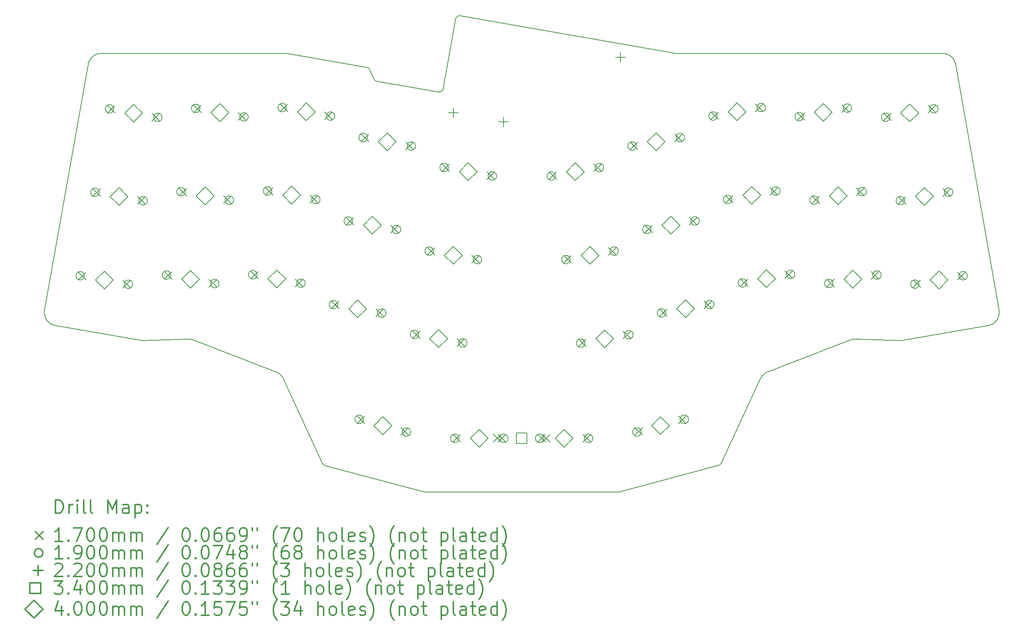
<source format=gbr>
%FSLAX45Y45*%
G04 Gerber Fmt 4.5, Leading zero omitted, Abs format (unit mm)*
G04 Created by KiCad (PCBNEW (5.1.10-1-10_14)) date 2021-11-21 17:37:53*
%MOMM*%
%LPD*%
G01*
G04 APERTURE LIST*
%TA.AperFunction,Profile*%
%ADD10C,0.200000*%
%TD*%
%ADD11C,0.200000*%
%ADD12C,0.300000*%
G04 APERTURE END LIST*
D10*
X12305829Y-3134342D02*
X12031901Y-4688281D01*
X6417782Y-10341478D02*
X8272355Y-11054113D01*
X17256823Y-3898897D02*
X12421676Y-3053221D01*
X12421676Y-3053221D02*
X12401475Y-3051722D01*
X12401475Y-3051722D02*
X12377267Y-3055404D01*
X12377267Y-3055404D02*
X12355066Y-3064665D01*
X12355066Y-3064665D02*
X12335782Y-3078866D01*
X12335782Y-3078866D02*
X12320326Y-3097371D01*
X12320326Y-3097371D02*
X12309607Y-3119544D01*
X12309607Y-3119544D02*
X12305829Y-3134342D01*
X3080911Y-9669393D02*
X3077094Y-9699885D01*
X3077094Y-9699885D02*
X3076385Y-9730024D01*
X3076385Y-9730024D02*
X3078664Y-9759638D01*
X3078664Y-9759638D02*
X3083806Y-9788550D01*
X3083806Y-9788550D02*
X3091689Y-9816585D01*
X3091689Y-9816585D02*
X3102192Y-9843569D01*
X3102192Y-9843569D02*
X3115192Y-9869327D01*
X3115192Y-9869327D02*
X3130565Y-9893684D01*
X3130565Y-9893684D02*
X3148191Y-9916464D01*
X3148191Y-9916464D02*
X3167945Y-9937493D01*
X3167945Y-9937493D02*
X3189706Y-9956596D01*
X3189706Y-9956596D02*
X3213351Y-9973598D01*
X3213351Y-9973598D02*
X3238758Y-9988323D01*
X3238758Y-9988323D02*
X3265803Y-10000598D01*
X3265803Y-10000598D02*
X3294366Y-10010246D01*
X3294366Y-10010246D02*
X3324323Y-10017093D01*
X4058241Y-4146643D02*
X3080911Y-9669393D01*
X10471459Y-4466633D02*
X10388475Y-4275668D01*
X10388475Y-4275668D02*
X10377718Y-4256819D01*
X10377718Y-4256819D02*
X10363382Y-4240946D01*
X10363382Y-4240946D02*
X10346056Y-4228516D01*
X10346056Y-4228516D02*
X10326330Y-4219993D01*
X10326330Y-4219993D02*
X10314207Y-4217056D01*
X9377878Y-13161225D02*
X11615173Y-13758978D01*
X9310476Y-13100805D02*
X9319909Y-13119201D01*
X9319909Y-13119201D02*
X9332731Y-13135069D01*
X9332731Y-13135069D02*
X9348459Y-13147975D01*
X9348459Y-13147975D02*
X9366607Y-13157484D01*
X9366607Y-13157484D02*
X9377878Y-13161225D01*
X8437139Y-11208440D02*
X9310476Y-13100805D01*
X18210579Y-13159012D02*
X18229897Y-13151627D01*
X18229897Y-13151627D02*
X18247067Y-13140596D01*
X18247067Y-13140596D02*
X18261605Y-13126353D01*
X18261605Y-13126353D02*
X18273026Y-13109334D01*
X18273026Y-13109334D02*
X18277966Y-13098530D01*
X15971514Y-13758978D02*
X18210579Y-13159012D01*
X11615173Y-13758978D02*
X15971514Y-13758978D01*
X22299254Y-10352401D02*
X22320133Y-10352308D01*
X22320133Y-10352308D02*
X22340944Y-10350765D01*
X22340944Y-10350765D02*
X22359740Y-10348107D01*
X21286657Y-10321659D02*
X22299254Y-10352401D01*
X21169909Y-10341498D02*
X21191086Y-10334252D01*
X21191086Y-10334252D02*
X21212695Y-10328616D01*
X21212695Y-10328616D02*
X21234642Y-10324606D01*
X21234642Y-10324606D02*
X21256837Y-10322237D01*
X21256837Y-10322237D02*
X21279188Y-10321525D01*
X21279188Y-10321525D02*
X21286657Y-10321659D01*
X19316065Y-11054136D02*
X21169909Y-10341498D01*
X19151376Y-11208321D02*
X19161270Y-11188810D01*
X19161270Y-11188810D02*
X19172490Y-11170178D01*
X19172490Y-11170178D02*
X19184975Y-11152482D01*
X19184975Y-11152482D02*
X19198662Y-11135780D01*
X19198662Y-11135780D02*
X19213490Y-11120130D01*
X19213490Y-11120130D02*
X19229396Y-11105592D01*
X19229396Y-11105592D02*
X19246319Y-11092222D01*
X19246319Y-11092222D02*
X19264197Y-11080079D01*
X19264197Y-11080079D02*
X19282967Y-11069220D01*
X19282967Y-11069220D02*
X19302567Y-11059705D01*
X19302567Y-11059705D02*
X19316065Y-11054136D01*
X3324323Y-10017093D02*
X5228000Y-10348000D01*
X8272355Y-11054113D02*
X8292491Y-11062706D01*
X8292491Y-11062706D02*
X8311837Y-11072682D01*
X8311837Y-11072682D02*
X8330331Y-11083984D01*
X8330331Y-11083984D02*
X8347910Y-11096554D01*
X8347910Y-11096554D02*
X8364512Y-11110332D01*
X8364512Y-11110332D02*
X8380075Y-11125262D01*
X8380075Y-11125262D02*
X8394537Y-11141284D01*
X8394537Y-11141284D02*
X8407836Y-11158341D01*
X8407836Y-11158341D02*
X8419909Y-11176374D01*
X8419909Y-11176374D02*
X8430695Y-11195325D01*
X8430695Y-11195325D02*
X8437139Y-11208440D01*
X11915879Y-4769371D02*
X10545632Y-4525228D01*
X12031901Y-4688281D02*
X12026393Y-4707800D01*
X12026393Y-4707800D02*
X12014632Y-4729309D01*
X12014632Y-4729309D02*
X11998309Y-4747013D01*
X11998309Y-4747013D02*
X11978335Y-4760273D01*
X11978335Y-4760273D02*
X11955625Y-4768451D01*
X11955625Y-4768451D02*
X11931093Y-4770908D01*
X11931093Y-4770908D02*
X11915879Y-4769371D01*
X4353658Y-3898885D02*
X4326635Y-3900093D01*
X4326635Y-3900093D02*
X4300220Y-3903653D01*
X4300220Y-3903653D02*
X4274525Y-3909469D01*
X4274525Y-3909469D02*
X4249666Y-3917444D01*
X4249666Y-3917444D02*
X4225758Y-3927484D01*
X4225758Y-3927484D02*
X4202914Y-3939491D01*
X4202914Y-3939491D02*
X4181249Y-3953369D01*
X4181249Y-3953369D02*
X4160878Y-3969023D01*
X4160878Y-3969023D02*
X4141916Y-3986357D01*
X4141916Y-3986357D02*
X4124477Y-4005274D01*
X4124477Y-4005274D02*
X4108675Y-4025678D01*
X4108675Y-4025678D02*
X4094625Y-4047473D01*
X4094625Y-4047473D02*
X4082443Y-4070563D01*
X4082443Y-4070563D02*
X4072241Y-4094852D01*
X4072241Y-4094852D02*
X4064136Y-4120244D01*
X4064136Y-4120244D02*
X4058241Y-4146643D01*
X18277966Y-13098530D02*
X19151376Y-11208321D01*
X23530436Y-4146800D02*
X23524551Y-4120388D01*
X23524551Y-4120388D02*
X23516454Y-4094983D01*
X23516454Y-4094983D02*
X23506259Y-4070681D01*
X23506259Y-4070681D02*
X23494080Y-4047579D01*
X23494080Y-4047579D02*
X23480034Y-4025771D01*
X23480034Y-4025771D02*
X23464233Y-4005355D01*
X23464233Y-4005355D02*
X23446793Y-3986427D01*
X23446793Y-3986427D02*
X23427829Y-3969083D01*
X23427829Y-3969083D02*
X23407455Y-3953419D01*
X23407455Y-3953419D02*
X23385786Y-3939531D01*
X23385786Y-3939531D02*
X23362937Y-3927516D01*
X23362937Y-3927516D02*
X23339021Y-3917470D01*
X23339021Y-3917470D02*
X23314155Y-3909489D01*
X23314155Y-3909489D02*
X23288451Y-3903669D01*
X23288451Y-3903669D02*
X23262027Y-3900106D01*
X23262027Y-3900106D02*
X23234994Y-3898897D01*
X24504194Y-9670074D02*
X23530436Y-4146800D01*
X24260802Y-10017623D02*
X24290744Y-10010774D01*
X24290744Y-10010774D02*
X24319294Y-10001128D01*
X24319294Y-10001128D02*
X24346328Y-9988857D01*
X24346328Y-9988857D02*
X24371725Y-9974138D01*
X24371725Y-9974138D02*
X24395361Y-9957144D01*
X24395361Y-9957144D02*
X24417115Y-9938050D01*
X24417115Y-9938050D02*
X24436864Y-9917031D01*
X24436864Y-9917031D02*
X24454486Y-9894263D01*
X24454486Y-9894263D02*
X24469858Y-9869918D01*
X24469858Y-9869918D02*
X24482858Y-9844173D01*
X24482858Y-9844173D02*
X24493364Y-9817202D01*
X24493364Y-9817202D02*
X24501253Y-9789180D01*
X24501253Y-9789180D02*
X24506403Y-9760282D01*
X24506403Y-9760282D02*
X24508691Y-9730681D01*
X24508691Y-9730681D02*
X24507996Y-9700554D01*
X24507996Y-9700554D02*
X24504194Y-9670074D01*
X22359740Y-10348107D02*
X24260802Y-10017623D01*
X23234994Y-3898897D02*
X17256823Y-3898897D01*
X6301102Y-10321652D02*
X6323471Y-10321810D01*
X6323471Y-10321810D02*
X6345715Y-10323627D01*
X6345715Y-10323627D02*
X6367742Y-10327090D01*
X6367742Y-10327090D02*
X6389461Y-10332181D01*
X6389461Y-10332181D02*
X6410780Y-10338887D01*
X6410780Y-10338887D02*
X6417782Y-10341478D01*
X5288451Y-10352295D02*
X6301102Y-10321652D01*
X8518595Y-3898897D02*
X4353658Y-3898885D01*
X10314207Y-4217056D02*
X8518595Y-3898897D01*
X10545632Y-4525228D02*
X10524825Y-4519135D01*
X10524825Y-4519135D02*
X10506080Y-4508878D01*
X10506080Y-4508878D02*
X10489984Y-4494922D01*
X10489984Y-4494922D02*
X10477126Y-4477730D01*
X10477126Y-4477730D02*
X10471459Y-4466633D01*
X5228000Y-10348000D02*
X5248671Y-10350857D01*
X5248671Y-10350857D02*
X5269479Y-10352269D01*
X5269479Y-10352269D02*
X5288451Y-10352295D01*
D11*
X3836718Y-8819787D02*
X4006718Y-8989787D01*
X4006718Y-8819787D02*
X3836718Y-8989787D01*
X4166718Y-6942787D02*
X4336718Y-7112787D01*
X4336718Y-6942787D02*
X4166718Y-7112787D01*
X4494718Y-5068787D02*
X4664718Y-5238787D01*
X4664718Y-5068787D02*
X4494718Y-5238787D01*
X4837282Y-8996213D02*
X5007282Y-9166213D01*
X5007282Y-8996213D02*
X4837282Y-9166213D01*
X5167282Y-7119213D02*
X5337282Y-7289213D01*
X5337282Y-7119213D02*
X5167282Y-7289213D01*
X5495282Y-5245213D02*
X5665282Y-5415213D01*
X5665282Y-5245213D02*
X5495282Y-5415213D01*
X5773718Y-8802787D02*
X5943718Y-8972787D01*
X5943718Y-8802787D02*
X5773718Y-8972787D01*
X6100718Y-6929787D02*
X6270718Y-7099787D01*
X6270718Y-6929787D02*
X6100718Y-7099787D01*
X6429718Y-5058787D02*
X6599718Y-5228787D01*
X6599718Y-5058787D02*
X6429718Y-5228787D01*
X6774282Y-8979213D02*
X6944282Y-9149213D01*
X6944282Y-8979213D02*
X6774282Y-9149213D01*
X7101282Y-7106213D02*
X7271282Y-7276213D01*
X7271282Y-7106213D02*
X7101282Y-7276213D01*
X7430282Y-5235213D02*
X7600282Y-5405213D01*
X7600282Y-5235213D02*
X7430282Y-5405213D01*
X7708718Y-8794787D02*
X7878718Y-8964787D01*
X7878718Y-8794787D02*
X7708718Y-8964787D01*
X8042718Y-6913787D02*
X8212718Y-7083787D01*
X8212718Y-6913787D02*
X8042718Y-7083787D01*
X8371718Y-5040787D02*
X8541718Y-5210787D01*
X8541718Y-5040787D02*
X8371718Y-5210787D01*
X8709282Y-8971213D02*
X8879282Y-9141213D01*
X8879282Y-8971213D02*
X8709282Y-9141213D01*
X9043282Y-7090213D02*
X9213282Y-7260213D01*
X9213282Y-7090213D02*
X9043282Y-7260213D01*
X9372282Y-5217213D02*
X9542282Y-5387213D01*
X9542282Y-5217213D02*
X9372282Y-5387213D01*
X9522718Y-9467787D02*
X9692718Y-9637787D01*
X9692718Y-9467787D02*
X9522718Y-9637787D01*
X9853718Y-7588787D02*
X10023718Y-7758787D01*
X10023718Y-7588787D02*
X9853718Y-7758787D01*
X10097310Y-12050520D02*
X10267310Y-12220520D01*
X10267310Y-12050520D02*
X10097310Y-12220520D01*
X10187718Y-5713787D02*
X10357718Y-5883787D01*
X10357718Y-5713787D02*
X10187718Y-5883787D01*
X10523282Y-9644213D02*
X10693282Y-9814213D01*
X10693282Y-9644213D02*
X10523282Y-9814213D01*
X10854282Y-7765213D02*
X11024282Y-7935213D01*
X11024282Y-7765213D02*
X10854282Y-7935213D01*
X11078690Y-12313480D02*
X11248690Y-12483480D01*
X11248690Y-12313480D02*
X11078690Y-12483480D01*
X11188282Y-5890213D02*
X11358282Y-6060213D01*
X11358282Y-5890213D02*
X11188282Y-6060213D01*
X11341718Y-10137787D02*
X11511718Y-10307787D01*
X11511718Y-10137787D02*
X11341718Y-10307787D01*
X11670718Y-8265787D02*
X11840718Y-8435787D01*
X11840718Y-8265787D02*
X11670718Y-8435787D01*
X12005718Y-6385787D02*
X12175718Y-6555787D01*
X12175718Y-6385787D02*
X12005718Y-6555787D01*
X12246000Y-12465000D02*
X12416000Y-12635000D01*
X12416000Y-12465000D02*
X12246000Y-12635000D01*
X12342282Y-10314213D02*
X12512282Y-10484213D01*
X12512282Y-10314213D02*
X12342282Y-10484213D01*
X12671282Y-8442213D02*
X12841282Y-8612213D01*
X12841282Y-8442213D02*
X12671282Y-8612213D01*
X13006282Y-6562213D02*
X13176282Y-6732213D01*
X13176282Y-6562213D02*
X13006282Y-6732213D01*
X13152000Y-12461000D02*
X13322000Y-12631000D01*
X13322000Y-12461000D02*
X13152000Y-12631000D01*
X13262000Y-12465000D02*
X13432000Y-12635000D01*
X13432000Y-12465000D02*
X13262000Y-12635000D01*
X14150000Y-12465000D02*
X14320000Y-12635000D01*
X14320000Y-12465000D02*
X14150000Y-12635000D01*
X14252000Y-12461000D02*
X14422000Y-12631000D01*
X14422000Y-12461000D02*
X14252000Y-12631000D01*
X14409718Y-6563213D02*
X14579718Y-6733213D01*
X14579718Y-6563213D02*
X14409718Y-6733213D01*
X14739718Y-8441213D02*
X14909718Y-8611213D01*
X14909718Y-8441213D02*
X14739718Y-8611213D01*
X15069718Y-10319213D02*
X15239718Y-10489213D01*
X15239718Y-10319213D02*
X15069718Y-10489213D01*
X15166000Y-12465000D02*
X15336000Y-12635000D01*
X15336000Y-12465000D02*
X15166000Y-12635000D01*
X15410282Y-6386787D02*
X15580282Y-6556787D01*
X15580282Y-6386787D02*
X15410282Y-6556787D01*
X15740282Y-8264787D02*
X15910282Y-8434787D01*
X15910282Y-8264787D02*
X15740282Y-8434787D01*
X16070282Y-10142787D02*
X16240282Y-10312787D01*
X16240282Y-10142787D02*
X16070282Y-10312787D01*
X16223718Y-5890213D02*
X16393718Y-6060213D01*
X16393718Y-5890213D02*
X16223718Y-6060213D01*
X16333310Y-12312480D02*
X16503310Y-12482480D01*
X16503310Y-12312480D02*
X16333310Y-12482480D01*
X16555718Y-7764213D02*
X16725718Y-7934213D01*
X16725718Y-7764213D02*
X16555718Y-7934213D01*
X16884718Y-9641213D02*
X17054718Y-9811213D01*
X17054718Y-9641213D02*
X16884718Y-9811213D01*
X17224282Y-5713787D02*
X17394282Y-5883787D01*
X17394282Y-5713787D02*
X17224282Y-5883787D01*
X17314690Y-12049520D02*
X17484690Y-12219520D01*
X17484690Y-12049520D02*
X17314690Y-12219520D01*
X17556282Y-7587787D02*
X17726282Y-7757787D01*
X17726282Y-7587787D02*
X17556282Y-7757787D01*
X17885282Y-9464787D02*
X18055282Y-9634787D01*
X18055282Y-9464787D02*
X17885282Y-9634787D01*
X18040718Y-5215213D02*
X18210718Y-5385213D01*
X18210718Y-5215213D02*
X18040718Y-5385213D01*
X18369718Y-7091213D02*
X18539718Y-7261213D01*
X18539718Y-7091213D02*
X18369718Y-7261213D01*
X18701718Y-8965213D02*
X18871718Y-9135213D01*
X18871718Y-8965213D02*
X18701718Y-9135213D01*
X19041282Y-5038787D02*
X19211282Y-5208787D01*
X19211282Y-5038787D02*
X19041282Y-5208787D01*
X19370282Y-6914787D02*
X19540282Y-7084787D01*
X19540282Y-6914787D02*
X19370282Y-7084787D01*
X19702282Y-8788787D02*
X19872282Y-8958787D01*
X19872282Y-8788787D02*
X19702282Y-8958787D01*
X19975718Y-5228213D02*
X20145718Y-5398213D01*
X20145718Y-5228213D02*
X19975718Y-5398213D01*
X20309718Y-7104213D02*
X20479718Y-7274213D01*
X20479718Y-7104213D02*
X20309718Y-7274213D01*
X20639718Y-8978213D02*
X20809718Y-9148213D01*
X20809718Y-8978213D02*
X20639718Y-9148213D01*
X20976282Y-5051787D02*
X21146282Y-5221787D01*
X21146282Y-5051787D02*
X20976282Y-5221787D01*
X21310282Y-6927787D02*
X21480282Y-7097787D01*
X21480282Y-6927787D02*
X21310282Y-7097787D01*
X21640282Y-8801787D02*
X21810282Y-8971787D01*
X21810282Y-8801787D02*
X21640282Y-8971787D01*
X21915718Y-5242213D02*
X22085718Y-5412213D01*
X22085718Y-5242213D02*
X21915718Y-5412213D01*
X22246718Y-7116213D02*
X22416718Y-7286213D01*
X22416718Y-7116213D02*
X22246718Y-7286213D01*
X22573718Y-8994213D02*
X22743718Y-9164213D01*
X22743718Y-8994213D02*
X22573718Y-9164213D01*
X22916282Y-5065787D02*
X23086282Y-5235787D01*
X23086282Y-5065787D02*
X22916282Y-5235787D01*
X23247282Y-6939787D02*
X23417282Y-7109787D01*
X23417282Y-6939787D02*
X23247282Y-7109787D01*
X23574282Y-8817787D02*
X23744282Y-8987787D01*
X23744282Y-8817787D02*
X23574282Y-8987787D01*
X3975356Y-8897494D02*
G75*
G03*
X3975356Y-8897494I-95000J0D01*
G01*
X4305356Y-7020493D02*
G75*
G03*
X4305356Y-7020493I-95000J0D01*
G01*
X4633356Y-5146494D02*
G75*
G03*
X4633356Y-5146494I-95000J0D01*
G01*
X5058644Y-9088507D02*
G75*
G03*
X5058644Y-9088507I-95000J0D01*
G01*
X5388644Y-7211506D02*
G75*
G03*
X5388644Y-7211506I-95000J0D01*
G01*
X5716644Y-5337507D02*
G75*
G03*
X5716644Y-5337507I-95000J0D01*
G01*
X5912356Y-8880494D02*
G75*
G03*
X5912356Y-8880494I-95000J0D01*
G01*
X6239356Y-7007493D02*
G75*
G03*
X6239356Y-7007493I-95000J0D01*
G01*
X6568356Y-5136494D02*
G75*
G03*
X6568356Y-5136494I-95000J0D01*
G01*
X6995644Y-9071507D02*
G75*
G03*
X6995644Y-9071507I-95000J0D01*
G01*
X7322644Y-7198506D02*
G75*
G03*
X7322644Y-7198506I-95000J0D01*
G01*
X7651644Y-5327507D02*
G75*
G03*
X7651644Y-5327507I-95000J0D01*
G01*
X7847356Y-8872494D02*
G75*
G03*
X7847356Y-8872494I-95000J0D01*
G01*
X8181356Y-6991493D02*
G75*
G03*
X8181356Y-6991493I-95000J0D01*
G01*
X8510356Y-5118494D02*
G75*
G03*
X8510356Y-5118494I-95000J0D01*
G01*
X8930644Y-9063507D02*
G75*
G03*
X8930644Y-9063507I-95000J0D01*
G01*
X9264644Y-7182506D02*
G75*
G03*
X9264644Y-7182506I-95000J0D01*
G01*
X9593644Y-5309507D02*
G75*
G03*
X9593644Y-5309507I-95000J0D01*
G01*
X9661356Y-9545494D02*
G75*
G03*
X9661356Y-9545494I-95000J0D01*
G01*
X9992356Y-7666493D02*
G75*
G03*
X9992356Y-7666493I-95000J0D01*
G01*
X10236741Y-12124649D02*
G75*
G03*
X10236741Y-12124649I-95000J0D01*
G01*
X10326356Y-5791493D02*
G75*
G03*
X10326356Y-5791493I-95000J0D01*
G01*
X10744644Y-9736507D02*
G75*
G03*
X10744644Y-9736507I-95000J0D01*
G01*
X11075644Y-7857506D02*
G75*
G03*
X11075644Y-7857506I-95000J0D01*
G01*
X11299259Y-12409350D02*
G75*
G03*
X11299259Y-12409350I-95000J0D01*
G01*
X11409644Y-5982506D02*
G75*
G03*
X11409644Y-5982506I-95000J0D01*
G01*
X11480356Y-10215494D02*
G75*
G03*
X11480356Y-10215494I-95000J0D01*
G01*
X11809356Y-8343493D02*
G75*
G03*
X11809356Y-8343493I-95000J0D01*
G01*
X12144356Y-6463493D02*
G75*
G03*
X12144356Y-6463493I-95000J0D01*
G01*
X12384000Y-12550000D02*
G75*
G03*
X12384000Y-12550000I-95000J0D01*
G01*
X12563644Y-10406507D02*
G75*
G03*
X12563644Y-10406507I-95000J0D01*
G01*
X12892644Y-8534507D02*
G75*
G03*
X12892644Y-8534507I-95000J0D01*
G01*
X13227644Y-6654506D02*
G75*
G03*
X13227644Y-6654506I-95000J0D01*
G01*
X13484000Y-12550000D02*
G75*
G03*
X13484000Y-12550000I-95000J0D01*
G01*
X14288000Y-12550000D02*
G75*
G03*
X14288000Y-12550000I-95000J0D01*
G01*
X14548356Y-6655506D02*
G75*
G03*
X14548356Y-6655506I-95000J0D01*
G01*
X14878356Y-8533507D02*
G75*
G03*
X14878356Y-8533507I-95000J0D01*
G01*
X15208356Y-10411507D02*
G75*
G03*
X15208356Y-10411507I-95000J0D01*
G01*
X15388000Y-12550000D02*
G75*
G03*
X15388000Y-12550000I-95000J0D01*
G01*
X15631644Y-6464493D02*
G75*
G03*
X15631644Y-6464493I-95000J0D01*
G01*
X15961644Y-8342493D02*
G75*
G03*
X15961644Y-8342493I-95000J0D01*
G01*
X16291644Y-10220494D02*
G75*
G03*
X16291644Y-10220494I-95000J0D01*
G01*
X16362356Y-5982506D02*
G75*
G03*
X16362356Y-5982506I-95000J0D01*
G01*
X16472741Y-12408350D02*
G75*
G03*
X16472741Y-12408350I-95000J0D01*
G01*
X16694356Y-7856506D02*
G75*
G03*
X16694356Y-7856506I-95000J0D01*
G01*
X17023356Y-9733507D02*
G75*
G03*
X17023356Y-9733507I-95000J0D01*
G01*
X17445644Y-5791493D02*
G75*
G03*
X17445644Y-5791493I-95000J0D01*
G01*
X17535259Y-12123649D02*
G75*
G03*
X17535259Y-12123649I-95000J0D01*
G01*
X17777644Y-7665493D02*
G75*
G03*
X17777644Y-7665493I-95000J0D01*
G01*
X18106644Y-9542494D02*
G75*
G03*
X18106644Y-9542494I-95000J0D01*
G01*
X18179356Y-5307507D02*
G75*
G03*
X18179356Y-5307507I-95000J0D01*
G01*
X18508356Y-7183506D02*
G75*
G03*
X18508356Y-7183506I-95000J0D01*
G01*
X18840356Y-9057507D02*
G75*
G03*
X18840356Y-9057507I-95000J0D01*
G01*
X19262644Y-5116494D02*
G75*
G03*
X19262644Y-5116494I-95000J0D01*
G01*
X19591644Y-6992493D02*
G75*
G03*
X19591644Y-6992493I-95000J0D01*
G01*
X19923644Y-8866494D02*
G75*
G03*
X19923644Y-8866494I-95000J0D01*
G01*
X20114356Y-5320507D02*
G75*
G03*
X20114356Y-5320507I-95000J0D01*
G01*
X20448356Y-7196506D02*
G75*
G03*
X20448356Y-7196506I-95000J0D01*
G01*
X20778356Y-9070507D02*
G75*
G03*
X20778356Y-9070507I-95000J0D01*
G01*
X21197644Y-5129494D02*
G75*
G03*
X21197644Y-5129494I-95000J0D01*
G01*
X21531644Y-7005493D02*
G75*
G03*
X21531644Y-7005493I-95000J0D01*
G01*
X21861644Y-8879494D02*
G75*
G03*
X21861644Y-8879494I-95000J0D01*
G01*
X22054356Y-5334507D02*
G75*
G03*
X22054356Y-5334507I-95000J0D01*
G01*
X22385356Y-7208506D02*
G75*
G03*
X22385356Y-7208506I-95000J0D01*
G01*
X22712356Y-9086507D02*
G75*
G03*
X22712356Y-9086507I-95000J0D01*
G01*
X23137644Y-5143494D02*
G75*
G03*
X23137644Y-5143494I-95000J0D01*
G01*
X23468644Y-7017493D02*
G75*
G03*
X23468644Y-7017493I-95000J0D01*
G01*
X23795644Y-8895494D02*
G75*
G03*
X23795644Y-8895494I-95000J0D01*
G01*
X12256000Y-5122000D02*
X12256000Y-5342000D01*
X12146000Y-5232000D02*
X12366000Y-5232000D01*
X13381000Y-5322000D02*
X13381000Y-5542000D01*
X13271000Y-5432000D02*
X13491000Y-5432000D01*
X16011000Y-3877000D02*
X16011000Y-4097000D01*
X15901000Y-3987000D02*
X16121000Y-3987000D01*
X13907209Y-12666209D02*
X13907209Y-12425791D01*
X13666791Y-12425791D01*
X13666791Y-12666209D01*
X13907209Y-12666209D01*
X4422000Y-9193000D02*
X4622000Y-8993000D01*
X4422000Y-8793000D01*
X4222000Y-8993000D01*
X4422000Y-9193000D01*
X4752000Y-7316000D02*
X4952000Y-7116000D01*
X4752000Y-6916000D01*
X4552000Y-7116000D01*
X4752000Y-7316000D01*
X5080000Y-5442000D02*
X5280000Y-5242000D01*
X5080000Y-5042000D01*
X4880000Y-5242000D01*
X5080000Y-5442000D01*
X6359000Y-9176000D02*
X6559000Y-8976000D01*
X6359000Y-8776000D01*
X6159000Y-8976000D01*
X6359000Y-9176000D01*
X6686000Y-7303000D02*
X6886000Y-7103000D01*
X6686000Y-6903000D01*
X6486000Y-7103000D01*
X6686000Y-7303000D01*
X7015000Y-5432000D02*
X7215000Y-5232000D01*
X7015000Y-5032000D01*
X6815000Y-5232000D01*
X7015000Y-5432000D01*
X8294000Y-9168000D02*
X8494000Y-8968000D01*
X8294000Y-8768000D01*
X8094000Y-8968000D01*
X8294000Y-9168000D01*
X8628000Y-7287000D02*
X8828000Y-7087000D01*
X8628000Y-6887000D01*
X8428000Y-7087000D01*
X8628000Y-7287000D01*
X8957000Y-5414000D02*
X9157000Y-5214000D01*
X8957000Y-5014000D01*
X8757000Y-5214000D01*
X8957000Y-5414000D01*
X10108000Y-9841000D02*
X10308000Y-9641000D01*
X10108000Y-9441000D01*
X9908000Y-9641000D01*
X10108000Y-9841000D01*
X10439000Y-7962000D02*
X10639000Y-7762000D01*
X10439000Y-7562000D01*
X10239000Y-7762000D01*
X10439000Y-7962000D01*
X10673000Y-12467000D02*
X10873000Y-12267000D01*
X10673000Y-12067000D01*
X10473000Y-12267000D01*
X10673000Y-12467000D01*
X10773000Y-6087000D02*
X10973000Y-5887000D01*
X10773000Y-5687000D01*
X10573000Y-5887000D01*
X10773000Y-6087000D01*
X11927000Y-10511000D02*
X12127000Y-10311000D01*
X11927000Y-10111000D01*
X11727000Y-10311000D01*
X11927000Y-10511000D01*
X12256000Y-8639000D02*
X12456000Y-8439000D01*
X12256000Y-8239000D01*
X12056000Y-8439000D01*
X12256000Y-8639000D01*
X12591000Y-6759000D02*
X12791000Y-6559000D01*
X12591000Y-6359000D01*
X12391000Y-6559000D01*
X12591000Y-6759000D01*
X12839000Y-12750000D02*
X13039000Y-12550000D01*
X12839000Y-12350000D01*
X12639000Y-12550000D01*
X12839000Y-12750000D01*
X14743000Y-12750000D02*
X14943000Y-12550000D01*
X14743000Y-12350000D01*
X14543000Y-12550000D01*
X14743000Y-12750000D01*
X14995000Y-6760000D02*
X15195000Y-6560000D01*
X14995000Y-6360000D01*
X14795000Y-6560000D01*
X14995000Y-6760000D01*
X15325000Y-8638000D02*
X15525000Y-8438000D01*
X15325000Y-8238000D01*
X15125000Y-8438000D01*
X15325000Y-8638000D01*
X15655000Y-10516000D02*
X15855000Y-10316000D01*
X15655000Y-10116000D01*
X15455000Y-10316000D01*
X15655000Y-10516000D01*
X16809000Y-6087000D02*
X17009000Y-5887000D01*
X16809000Y-5687000D01*
X16609000Y-5887000D01*
X16809000Y-6087000D01*
X16909000Y-12466000D02*
X17109000Y-12266000D01*
X16909000Y-12066000D01*
X16709000Y-12266000D01*
X16909000Y-12466000D01*
X17141000Y-7961000D02*
X17341000Y-7761000D01*
X17141000Y-7561000D01*
X16941000Y-7761000D01*
X17141000Y-7961000D01*
X17470000Y-9838000D02*
X17670000Y-9638000D01*
X17470000Y-9438000D01*
X17270000Y-9638000D01*
X17470000Y-9838000D01*
X18626000Y-5412000D02*
X18826000Y-5212000D01*
X18626000Y-5012000D01*
X18426000Y-5212000D01*
X18626000Y-5412000D01*
X18955000Y-7288000D02*
X19155000Y-7088000D01*
X18955000Y-6888000D01*
X18755000Y-7088000D01*
X18955000Y-7288000D01*
X19287000Y-9162000D02*
X19487000Y-8962000D01*
X19287000Y-8762000D01*
X19087000Y-8962000D01*
X19287000Y-9162000D01*
X20561000Y-5425000D02*
X20761000Y-5225000D01*
X20561000Y-5025000D01*
X20361000Y-5225000D01*
X20561000Y-5425000D01*
X20895000Y-7301000D02*
X21095000Y-7101000D01*
X20895000Y-6901000D01*
X20695000Y-7101000D01*
X20895000Y-7301000D01*
X21225000Y-9175000D02*
X21425000Y-8975000D01*
X21225000Y-8775000D01*
X21025000Y-8975000D01*
X21225000Y-9175000D01*
X22501000Y-5439000D02*
X22701000Y-5239000D01*
X22501000Y-5039000D01*
X22301000Y-5239000D01*
X22501000Y-5439000D01*
X22832000Y-7313000D02*
X23032000Y-7113000D01*
X22832000Y-6913000D01*
X22632000Y-7113000D01*
X22832000Y-7313000D01*
X23159000Y-9191000D02*
X23359000Y-8991000D01*
X23159000Y-8791000D01*
X22959000Y-8991000D01*
X23159000Y-9191000D01*
D12*
X3328471Y-14234693D02*
X3328471Y-13934693D01*
X3399900Y-13934693D01*
X3442757Y-13948978D01*
X3471328Y-13977550D01*
X3485614Y-14006121D01*
X3499900Y-14063264D01*
X3499900Y-14106121D01*
X3485614Y-14163264D01*
X3471328Y-14191835D01*
X3442757Y-14220407D01*
X3399900Y-14234693D01*
X3328471Y-14234693D01*
X3628471Y-14234693D02*
X3628471Y-14034693D01*
X3628471Y-14091835D02*
X3642757Y-14063264D01*
X3657043Y-14048978D01*
X3685614Y-14034693D01*
X3714186Y-14034693D01*
X3814186Y-14234693D02*
X3814186Y-14034693D01*
X3814186Y-13934693D02*
X3799900Y-13948978D01*
X3814186Y-13963264D01*
X3828471Y-13948978D01*
X3814186Y-13934693D01*
X3814186Y-13963264D01*
X3999900Y-14234693D02*
X3971328Y-14220407D01*
X3957043Y-14191835D01*
X3957043Y-13934693D01*
X4157043Y-14234693D02*
X4128471Y-14220407D01*
X4114186Y-14191835D01*
X4114186Y-13934693D01*
X4499900Y-14234693D02*
X4499900Y-13934693D01*
X4599900Y-14148978D01*
X4699900Y-13934693D01*
X4699900Y-14234693D01*
X4971329Y-14234693D02*
X4971329Y-14077550D01*
X4957043Y-14048978D01*
X4928471Y-14034693D01*
X4871329Y-14034693D01*
X4842757Y-14048978D01*
X4971329Y-14220407D02*
X4942757Y-14234693D01*
X4871329Y-14234693D01*
X4842757Y-14220407D01*
X4828471Y-14191835D01*
X4828471Y-14163264D01*
X4842757Y-14134693D01*
X4871329Y-14120407D01*
X4942757Y-14120407D01*
X4971329Y-14106121D01*
X5114186Y-14034693D02*
X5114186Y-14334693D01*
X5114186Y-14048978D02*
X5142757Y-14034693D01*
X5199900Y-14034693D01*
X5228471Y-14048978D01*
X5242757Y-14063264D01*
X5257043Y-14091835D01*
X5257043Y-14177550D01*
X5242757Y-14206121D01*
X5228471Y-14220407D01*
X5199900Y-14234693D01*
X5142757Y-14234693D01*
X5114186Y-14220407D01*
X5385614Y-14206121D02*
X5399900Y-14220407D01*
X5385614Y-14234693D01*
X5371329Y-14220407D01*
X5385614Y-14206121D01*
X5385614Y-14234693D01*
X5385614Y-14048978D02*
X5399900Y-14063264D01*
X5385614Y-14077550D01*
X5371329Y-14063264D01*
X5385614Y-14048978D01*
X5385614Y-14077550D01*
X2872043Y-14643978D02*
X3042043Y-14813978D01*
X3042043Y-14643978D02*
X2872043Y-14813978D01*
X3485614Y-14864693D02*
X3314186Y-14864693D01*
X3399900Y-14864693D02*
X3399900Y-14564693D01*
X3371328Y-14607550D01*
X3342757Y-14636121D01*
X3314186Y-14650407D01*
X3614186Y-14836121D02*
X3628471Y-14850407D01*
X3614186Y-14864693D01*
X3599900Y-14850407D01*
X3614186Y-14836121D01*
X3614186Y-14864693D01*
X3728471Y-14564693D02*
X3928471Y-14564693D01*
X3799900Y-14864693D01*
X4099900Y-14564693D02*
X4128471Y-14564693D01*
X4157043Y-14578978D01*
X4171328Y-14593264D01*
X4185614Y-14621835D01*
X4199900Y-14678978D01*
X4199900Y-14750407D01*
X4185614Y-14807550D01*
X4171328Y-14836121D01*
X4157043Y-14850407D01*
X4128471Y-14864693D01*
X4099900Y-14864693D01*
X4071328Y-14850407D01*
X4057043Y-14836121D01*
X4042757Y-14807550D01*
X4028471Y-14750407D01*
X4028471Y-14678978D01*
X4042757Y-14621835D01*
X4057043Y-14593264D01*
X4071328Y-14578978D01*
X4099900Y-14564693D01*
X4385614Y-14564693D02*
X4414186Y-14564693D01*
X4442757Y-14578978D01*
X4457043Y-14593264D01*
X4471329Y-14621835D01*
X4485614Y-14678978D01*
X4485614Y-14750407D01*
X4471329Y-14807550D01*
X4457043Y-14836121D01*
X4442757Y-14850407D01*
X4414186Y-14864693D01*
X4385614Y-14864693D01*
X4357043Y-14850407D01*
X4342757Y-14836121D01*
X4328471Y-14807550D01*
X4314186Y-14750407D01*
X4314186Y-14678978D01*
X4328471Y-14621835D01*
X4342757Y-14593264D01*
X4357043Y-14578978D01*
X4385614Y-14564693D01*
X4614186Y-14864693D02*
X4614186Y-14664693D01*
X4614186Y-14693264D02*
X4628471Y-14678978D01*
X4657043Y-14664693D01*
X4699900Y-14664693D01*
X4728471Y-14678978D01*
X4742757Y-14707550D01*
X4742757Y-14864693D01*
X4742757Y-14707550D02*
X4757043Y-14678978D01*
X4785614Y-14664693D01*
X4828471Y-14664693D01*
X4857043Y-14678978D01*
X4871329Y-14707550D01*
X4871329Y-14864693D01*
X5014186Y-14864693D02*
X5014186Y-14664693D01*
X5014186Y-14693264D02*
X5028471Y-14678978D01*
X5057043Y-14664693D01*
X5099900Y-14664693D01*
X5128471Y-14678978D01*
X5142757Y-14707550D01*
X5142757Y-14864693D01*
X5142757Y-14707550D02*
X5157043Y-14678978D01*
X5185614Y-14664693D01*
X5228471Y-14664693D01*
X5257043Y-14678978D01*
X5271329Y-14707550D01*
X5271329Y-14864693D01*
X5857043Y-14550407D02*
X5599900Y-14936121D01*
X6242757Y-14564693D02*
X6271328Y-14564693D01*
X6299900Y-14578978D01*
X6314186Y-14593264D01*
X6328471Y-14621835D01*
X6342757Y-14678978D01*
X6342757Y-14750407D01*
X6328471Y-14807550D01*
X6314186Y-14836121D01*
X6299900Y-14850407D01*
X6271328Y-14864693D01*
X6242757Y-14864693D01*
X6214186Y-14850407D01*
X6199900Y-14836121D01*
X6185614Y-14807550D01*
X6171328Y-14750407D01*
X6171328Y-14678978D01*
X6185614Y-14621835D01*
X6199900Y-14593264D01*
X6214186Y-14578978D01*
X6242757Y-14564693D01*
X6471328Y-14836121D02*
X6485614Y-14850407D01*
X6471328Y-14864693D01*
X6457043Y-14850407D01*
X6471328Y-14836121D01*
X6471328Y-14864693D01*
X6671328Y-14564693D02*
X6699900Y-14564693D01*
X6728471Y-14578978D01*
X6742757Y-14593264D01*
X6757043Y-14621835D01*
X6771328Y-14678978D01*
X6771328Y-14750407D01*
X6757043Y-14807550D01*
X6742757Y-14836121D01*
X6728471Y-14850407D01*
X6699900Y-14864693D01*
X6671328Y-14864693D01*
X6642757Y-14850407D01*
X6628471Y-14836121D01*
X6614186Y-14807550D01*
X6599900Y-14750407D01*
X6599900Y-14678978D01*
X6614186Y-14621835D01*
X6628471Y-14593264D01*
X6642757Y-14578978D01*
X6671328Y-14564693D01*
X7028471Y-14564693D02*
X6971328Y-14564693D01*
X6942757Y-14578978D01*
X6928471Y-14593264D01*
X6899900Y-14636121D01*
X6885614Y-14693264D01*
X6885614Y-14807550D01*
X6899900Y-14836121D01*
X6914186Y-14850407D01*
X6942757Y-14864693D01*
X6999900Y-14864693D01*
X7028471Y-14850407D01*
X7042757Y-14836121D01*
X7057043Y-14807550D01*
X7057043Y-14736121D01*
X7042757Y-14707550D01*
X7028471Y-14693264D01*
X6999900Y-14678978D01*
X6942757Y-14678978D01*
X6914186Y-14693264D01*
X6899900Y-14707550D01*
X6885614Y-14736121D01*
X7314186Y-14564693D02*
X7257043Y-14564693D01*
X7228471Y-14578978D01*
X7214186Y-14593264D01*
X7185614Y-14636121D01*
X7171328Y-14693264D01*
X7171328Y-14807550D01*
X7185614Y-14836121D01*
X7199900Y-14850407D01*
X7228471Y-14864693D01*
X7285614Y-14864693D01*
X7314186Y-14850407D01*
X7328471Y-14836121D01*
X7342757Y-14807550D01*
X7342757Y-14736121D01*
X7328471Y-14707550D01*
X7314186Y-14693264D01*
X7285614Y-14678978D01*
X7228471Y-14678978D01*
X7199900Y-14693264D01*
X7185614Y-14707550D01*
X7171328Y-14736121D01*
X7485614Y-14864693D02*
X7542757Y-14864693D01*
X7571328Y-14850407D01*
X7585614Y-14836121D01*
X7614186Y-14793264D01*
X7628471Y-14736121D01*
X7628471Y-14621835D01*
X7614186Y-14593264D01*
X7599900Y-14578978D01*
X7571328Y-14564693D01*
X7514186Y-14564693D01*
X7485614Y-14578978D01*
X7471328Y-14593264D01*
X7457043Y-14621835D01*
X7457043Y-14693264D01*
X7471328Y-14721835D01*
X7485614Y-14736121D01*
X7514186Y-14750407D01*
X7571328Y-14750407D01*
X7599900Y-14736121D01*
X7614186Y-14721835D01*
X7628471Y-14693264D01*
X7742757Y-14564693D02*
X7742757Y-14621835D01*
X7857043Y-14564693D02*
X7857043Y-14621835D01*
X8299900Y-14978978D02*
X8285614Y-14964693D01*
X8257043Y-14921835D01*
X8242757Y-14893264D01*
X8228471Y-14850407D01*
X8214186Y-14778978D01*
X8214186Y-14721835D01*
X8228471Y-14650407D01*
X8242757Y-14607550D01*
X8257043Y-14578978D01*
X8285614Y-14536121D01*
X8299900Y-14521835D01*
X8385614Y-14564693D02*
X8585614Y-14564693D01*
X8457043Y-14864693D01*
X8757043Y-14564693D02*
X8785614Y-14564693D01*
X8814186Y-14578978D01*
X8828471Y-14593264D01*
X8842757Y-14621835D01*
X8857043Y-14678978D01*
X8857043Y-14750407D01*
X8842757Y-14807550D01*
X8828471Y-14836121D01*
X8814186Y-14850407D01*
X8785614Y-14864693D01*
X8757043Y-14864693D01*
X8728471Y-14850407D01*
X8714186Y-14836121D01*
X8699900Y-14807550D01*
X8685614Y-14750407D01*
X8685614Y-14678978D01*
X8699900Y-14621835D01*
X8714186Y-14593264D01*
X8728471Y-14578978D01*
X8757043Y-14564693D01*
X9214186Y-14864693D02*
X9214186Y-14564693D01*
X9342757Y-14864693D02*
X9342757Y-14707550D01*
X9328471Y-14678978D01*
X9299900Y-14664693D01*
X9257043Y-14664693D01*
X9228471Y-14678978D01*
X9214186Y-14693264D01*
X9528471Y-14864693D02*
X9499900Y-14850407D01*
X9485614Y-14836121D01*
X9471329Y-14807550D01*
X9471329Y-14721835D01*
X9485614Y-14693264D01*
X9499900Y-14678978D01*
X9528471Y-14664693D01*
X9571329Y-14664693D01*
X9599900Y-14678978D01*
X9614186Y-14693264D01*
X9628471Y-14721835D01*
X9628471Y-14807550D01*
X9614186Y-14836121D01*
X9599900Y-14850407D01*
X9571329Y-14864693D01*
X9528471Y-14864693D01*
X9799900Y-14864693D02*
X9771329Y-14850407D01*
X9757043Y-14821835D01*
X9757043Y-14564693D01*
X10028471Y-14850407D02*
X9999900Y-14864693D01*
X9942757Y-14864693D01*
X9914186Y-14850407D01*
X9899900Y-14821835D01*
X9899900Y-14707550D01*
X9914186Y-14678978D01*
X9942757Y-14664693D01*
X9999900Y-14664693D01*
X10028471Y-14678978D01*
X10042757Y-14707550D01*
X10042757Y-14736121D01*
X9899900Y-14764693D01*
X10157043Y-14850407D02*
X10185614Y-14864693D01*
X10242757Y-14864693D01*
X10271329Y-14850407D01*
X10285614Y-14821835D01*
X10285614Y-14807550D01*
X10271329Y-14778978D01*
X10242757Y-14764693D01*
X10199900Y-14764693D01*
X10171329Y-14750407D01*
X10157043Y-14721835D01*
X10157043Y-14707550D01*
X10171329Y-14678978D01*
X10199900Y-14664693D01*
X10242757Y-14664693D01*
X10271329Y-14678978D01*
X10385614Y-14978978D02*
X10399900Y-14964693D01*
X10428471Y-14921835D01*
X10442757Y-14893264D01*
X10457043Y-14850407D01*
X10471329Y-14778978D01*
X10471329Y-14721835D01*
X10457043Y-14650407D01*
X10442757Y-14607550D01*
X10428471Y-14578978D01*
X10399900Y-14536121D01*
X10385614Y-14521835D01*
X10928471Y-14978978D02*
X10914186Y-14964693D01*
X10885614Y-14921835D01*
X10871329Y-14893264D01*
X10857043Y-14850407D01*
X10842757Y-14778978D01*
X10842757Y-14721835D01*
X10857043Y-14650407D01*
X10871329Y-14607550D01*
X10885614Y-14578978D01*
X10914186Y-14536121D01*
X10928471Y-14521835D01*
X11042757Y-14664693D02*
X11042757Y-14864693D01*
X11042757Y-14693264D02*
X11057043Y-14678978D01*
X11085614Y-14664693D01*
X11128471Y-14664693D01*
X11157043Y-14678978D01*
X11171329Y-14707550D01*
X11171329Y-14864693D01*
X11357043Y-14864693D02*
X11328471Y-14850407D01*
X11314186Y-14836121D01*
X11299900Y-14807550D01*
X11299900Y-14721835D01*
X11314186Y-14693264D01*
X11328471Y-14678978D01*
X11357043Y-14664693D01*
X11399900Y-14664693D01*
X11428471Y-14678978D01*
X11442757Y-14693264D01*
X11457043Y-14721835D01*
X11457043Y-14807550D01*
X11442757Y-14836121D01*
X11428471Y-14850407D01*
X11399900Y-14864693D01*
X11357043Y-14864693D01*
X11542757Y-14664693D02*
X11657043Y-14664693D01*
X11585614Y-14564693D02*
X11585614Y-14821835D01*
X11599900Y-14850407D01*
X11628471Y-14864693D01*
X11657043Y-14864693D01*
X11985614Y-14664693D02*
X11985614Y-14964693D01*
X11985614Y-14678978D02*
X12014186Y-14664693D01*
X12071328Y-14664693D01*
X12099900Y-14678978D01*
X12114186Y-14693264D01*
X12128471Y-14721835D01*
X12128471Y-14807550D01*
X12114186Y-14836121D01*
X12099900Y-14850407D01*
X12071328Y-14864693D01*
X12014186Y-14864693D01*
X11985614Y-14850407D01*
X12299900Y-14864693D02*
X12271328Y-14850407D01*
X12257043Y-14821835D01*
X12257043Y-14564693D01*
X12542757Y-14864693D02*
X12542757Y-14707550D01*
X12528471Y-14678978D01*
X12499900Y-14664693D01*
X12442757Y-14664693D01*
X12414186Y-14678978D01*
X12542757Y-14850407D02*
X12514186Y-14864693D01*
X12442757Y-14864693D01*
X12414186Y-14850407D01*
X12399900Y-14821835D01*
X12399900Y-14793264D01*
X12414186Y-14764693D01*
X12442757Y-14750407D01*
X12514186Y-14750407D01*
X12542757Y-14736121D01*
X12642757Y-14664693D02*
X12757043Y-14664693D01*
X12685614Y-14564693D02*
X12685614Y-14821835D01*
X12699900Y-14850407D01*
X12728471Y-14864693D01*
X12757043Y-14864693D01*
X12971328Y-14850407D02*
X12942757Y-14864693D01*
X12885614Y-14864693D01*
X12857043Y-14850407D01*
X12842757Y-14821835D01*
X12842757Y-14707550D01*
X12857043Y-14678978D01*
X12885614Y-14664693D01*
X12942757Y-14664693D01*
X12971328Y-14678978D01*
X12985614Y-14707550D01*
X12985614Y-14736121D01*
X12842757Y-14764693D01*
X13242757Y-14864693D02*
X13242757Y-14564693D01*
X13242757Y-14850407D02*
X13214186Y-14864693D01*
X13157043Y-14864693D01*
X13128471Y-14850407D01*
X13114186Y-14836121D01*
X13099900Y-14807550D01*
X13099900Y-14721835D01*
X13114186Y-14693264D01*
X13128471Y-14678978D01*
X13157043Y-14664693D01*
X13214186Y-14664693D01*
X13242757Y-14678978D01*
X13357043Y-14978978D02*
X13371328Y-14964693D01*
X13399900Y-14921835D01*
X13414186Y-14893264D01*
X13428471Y-14850407D01*
X13442757Y-14778978D01*
X13442757Y-14721835D01*
X13428471Y-14650407D01*
X13414186Y-14607550D01*
X13399900Y-14578978D01*
X13371328Y-14536121D01*
X13357043Y-14521835D01*
X3042043Y-15124978D02*
G75*
G03*
X3042043Y-15124978I-95000J0D01*
G01*
X3485614Y-15260693D02*
X3314186Y-15260693D01*
X3399900Y-15260693D02*
X3399900Y-14960693D01*
X3371328Y-15003550D01*
X3342757Y-15032121D01*
X3314186Y-15046407D01*
X3614186Y-15232121D02*
X3628471Y-15246407D01*
X3614186Y-15260693D01*
X3599900Y-15246407D01*
X3614186Y-15232121D01*
X3614186Y-15260693D01*
X3771328Y-15260693D02*
X3828471Y-15260693D01*
X3857043Y-15246407D01*
X3871328Y-15232121D01*
X3899900Y-15189264D01*
X3914186Y-15132121D01*
X3914186Y-15017835D01*
X3899900Y-14989264D01*
X3885614Y-14974978D01*
X3857043Y-14960693D01*
X3799900Y-14960693D01*
X3771328Y-14974978D01*
X3757043Y-14989264D01*
X3742757Y-15017835D01*
X3742757Y-15089264D01*
X3757043Y-15117835D01*
X3771328Y-15132121D01*
X3799900Y-15146407D01*
X3857043Y-15146407D01*
X3885614Y-15132121D01*
X3899900Y-15117835D01*
X3914186Y-15089264D01*
X4099900Y-14960693D02*
X4128471Y-14960693D01*
X4157043Y-14974978D01*
X4171328Y-14989264D01*
X4185614Y-15017835D01*
X4199900Y-15074978D01*
X4199900Y-15146407D01*
X4185614Y-15203550D01*
X4171328Y-15232121D01*
X4157043Y-15246407D01*
X4128471Y-15260693D01*
X4099900Y-15260693D01*
X4071328Y-15246407D01*
X4057043Y-15232121D01*
X4042757Y-15203550D01*
X4028471Y-15146407D01*
X4028471Y-15074978D01*
X4042757Y-15017835D01*
X4057043Y-14989264D01*
X4071328Y-14974978D01*
X4099900Y-14960693D01*
X4385614Y-14960693D02*
X4414186Y-14960693D01*
X4442757Y-14974978D01*
X4457043Y-14989264D01*
X4471329Y-15017835D01*
X4485614Y-15074978D01*
X4485614Y-15146407D01*
X4471329Y-15203550D01*
X4457043Y-15232121D01*
X4442757Y-15246407D01*
X4414186Y-15260693D01*
X4385614Y-15260693D01*
X4357043Y-15246407D01*
X4342757Y-15232121D01*
X4328471Y-15203550D01*
X4314186Y-15146407D01*
X4314186Y-15074978D01*
X4328471Y-15017835D01*
X4342757Y-14989264D01*
X4357043Y-14974978D01*
X4385614Y-14960693D01*
X4614186Y-15260693D02*
X4614186Y-15060693D01*
X4614186Y-15089264D02*
X4628471Y-15074978D01*
X4657043Y-15060693D01*
X4699900Y-15060693D01*
X4728471Y-15074978D01*
X4742757Y-15103550D01*
X4742757Y-15260693D01*
X4742757Y-15103550D02*
X4757043Y-15074978D01*
X4785614Y-15060693D01*
X4828471Y-15060693D01*
X4857043Y-15074978D01*
X4871329Y-15103550D01*
X4871329Y-15260693D01*
X5014186Y-15260693D02*
X5014186Y-15060693D01*
X5014186Y-15089264D02*
X5028471Y-15074978D01*
X5057043Y-15060693D01*
X5099900Y-15060693D01*
X5128471Y-15074978D01*
X5142757Y-15103550D01*
X5142757Y-15260693D01*
X5142757Y-15103550D02*
X5157043Y-15074978D01*
X5185614Y-15060693D01*
X5228471Y-15060693D01*
X5257043Y-15074978D01*
X5271329Y-15103550D01*
X5271329Y-15260693D01*
X5857043Y-14946407D02*
X5599900Y-15332121D01*
X6242757Y-14960693D02*
X6271328Y-14960693D01*
X6299900Y-14974978D01*
X6314186Y-14989264D01*
X6328471Y-15017835D01*
X6342757Y-15074978D01*
X6342757Y-15146407D01*
X6328471Y-15203550D01*
X6314186Y-15232121D01*
X6299900Y-15246407D01*
X6271328Y-15260693D01*
X6242757Y-15260693D01*
X6214186Y-15246407D01*
X6199900Y-15232121D01*
X6185614Y-15203550D01*
X6171328Y-15146407D01*
X6171328Y-15074978D01*
X6185614Y-15017835D01*
X6199900Y-14989264D01*
X6214186Y-14974978D01*
X6242757Y-14960693D01*
X6471328Y-15232121D02*
X6485614Y-15246407D01*
X6471328Y-15260693D01*
X6457043Y-15246407D01*
X6471328Y-15232121D01*
X6471328Y-15260693D01*
X6671328Y-14960693D02*
X6699900Y-14960693D01*
X6728471Y-14974978D01*
X6742757Y-14989264D01*
X6757043Y-15017835D01*
X6771328Y-15074978D01*
X6771328Y-15146407D01*
X6757043Y-15203550D01*
X6742757Y-15232121D01*
X6728471Y-15246407D01*
X6699900Y-15260693D01*
X6671328Y-15260693D01*
X6642757Y-15246407D01*
X6628471Y-15232121D01*
X6614186Y-15203550D01*
X6599900Y-15146407D01*
X6599900Y-15074978D01*
X6614186Y-15017835D01*
X6628471Y-14989264D01*
X6642757Y-14974978D01*
X6671328Y-14960693D01*
X6871328Y-14960693D02*
X7071328Y-14960693D01*
X6942757Y-15260693D01*
X7314186Y-15060693D02*
X7314186Y-15260693D01*
X7242757Y-14946407D02*
X7171328Y-15160693D01*
X7357043Y-15160693D01*
X7514186Y-15089264D02*
X7485614Y-15074978D01*
X7471328Y-15060693D01*
X7457043Y-15032121D01*
X7457043Y-15017835D01*
X7471328Y-14989264D01*
X7485614Y-14974978D01*
X7514186Y-14960693D01*
X7571328Y-14960693D01*
X7599900Y-14974978D01*
X7614186Y-14989264D01*
X7628471Y-15017835D01*
X7628471Y-15032121D01*
X7614186Y-15060693D01*
X7599900Y-15074978D01*
X7571328Y-15089264D01*
X7514186Y-15089264D01*
X7485614Y-15103550D01*
X7471328Y-15117835D01*
X7457043Y-15146407D01*
X7457043Y-15203550D01*
X7471328Y-15232121D01*
X7485614Y-15246407D01*
X7514186Y-15260693D01*
X7571328Y-15260693D01*
X7599900Y-15246407D01*
X7614186Y-15232121D01*
X7628471Y-15203550D01*
X7628471Y-15146407D01*
X7614186Y-15117835D01*
X7599900Y-15103550D01*
X7571328Y-15089264D01*
X7742757Y-14960693D02*
X7742757Y-15017835D01*
X7857043Y-14960693D02*
X7857043Y-15017835D01*
X8299900Y-15374978D02*
X8285614Y-15360693D01*
X8257043Y-15317835D01*
X8242757Y-15289264D01*
X8228471Y-15246407D01*
X8214186Y-15174978D01*
X8214186Y-15117835D01*
X8228471Y-15046407D01*
X8242757Y-15003550D01*
X8257043Y-14974978D01*
X8285614Y-14932121D01*
X8299900Y-14917835D01*
X8542757Y-14960693D02*
X8485614Y-14960693D01*
X8457043Y-14974978D01*
X8442757Y-14989264D01*
X8414186Y-15032121D01*
X8399900Y-15089264D01*
X8399900Y-15203550D01*
X8414186Y-15232121D01*
X8428471Y-15246407D01*
X8457043Y-15260693D01*
X8514186Y-15260693D01*
X8542757Y-15246407D01*
X8557043Y-15232121D01*
X8571329Y-15203550D01*
X8571329Y-15132121D01*
X8557043Y-15103550D01*
X8542757Y-15089264D01*
X8514186Y-15074978D01*
X8457043Y-15074978D01*
X8428471Y-15089264D01*
X8414186Y-15103550D01*
X8399900Y-15132121D01*
X8742757Y-15089264D02*
X8714186Y-15074978D01*
X8699900Y-15060693D01*
X8685614Y-15032121D01*
X8685614Y-15017835D01*
X8699900Y-14989264D01*
X8714186Y-14974978D01*
X8742757Y-14960693D01*
X8799900Y-14960693D01*
X8828471Y-14974978D01*
X8842757Y-14989264D01*
X8857043Y-15017835D01*
X8857043Y-15032121D01*
X8842757Y-15060693D01*
X8828471Y-15074978D01*
X8799900Y-15089264D01*
X8742757Y-15089264D01*
X8714186Y-15103550D01*
X8699900Y-15117835D01*
X8685614Y-15146407D01*
X8685614Y-15203550D01*
X8699900Y-15232121D01*
X8714186Y-15246407D01*
X8742757Y-15260693D01*
X8799900Y-15260693D01*
X8828471Y-15246407D01*
X8842757Y-15232121D01*
X8857043Y-15203550D01*
X8857043Y-15146407D01*
X8842757Y-15117835D01*
X8828471Y-15103550D01*
X8799900Y-15089264D01*
X9214186Y-15260693D02*
X9214186Y-14960693D01*
X9342757Y-15260693D02*
X9342757Y-15103550D01*
X9328471Y-15074978D01*
X9299900Y-15060693D01*
X9257043Y-15060693D01*
X9228471Y-15074978D01*
X9214186Y-15089264D01*
X9528471Y-15260693D02*
X9499900Y-15246407D01*
X9485614Y-15232121D01*
X9471329Y-15203550D01*
X9471329Y-15117835D01*
X9485614Y-15089264D01*
X9499900Y-15074978D01*
X9528471Y-15060693D01*
X9571329Y-15060693D01*
X9599900Y-15074978D01*
X9614186Y-15089264D01*
X9628471Y-15117835D01*
X9628471Y-15203550D01*
X9614186Y-15232121D01*
X9599900Y-15246407D01*
X9571329Y-15260693D01*
X9528471Y-15260693D01*
X9799900Y-15260693D02*
X9771329Y-15246407D01*
X9757043Y-15217835D01*
X9757043Y-14960693D01*
X10028471Y-15246407D02*
X9999900Y-15260693D01*
X9942757Y-15260693D01*
X9914186Y-15246407D01*
X9899900Y-15217835D01*
X9899900Y-15103550D01*
X9914186Y-15074978D01*
X9942757Y-15060693D01*
X9999900Y-15060693D01*
X10028471Y-15074978D01*
X10042757Y-15103550D01*
X10042757Y-15132121D01*
X9899900Y-15160693D01*
X10157043Y-15246407D02*
X10185614Y-15260693D01*
X10242757Y-15260693D01*
X10271329Y-15246407D01*
X10285614Y-15217835D01*
X10285614Y-15203550D01*
X10271329Y-15174978D01*
X10242757Y-15160693D01*
X10199900Y-15160693D01*
X10171329Y-15146407D01*
X10157043Y-15117835D01*
X10157043Y-15103550D01*
X10171329Y-15074978D01*
X10199900Y-15060693D01*
X10242757Y-15060693D01*
X10271329Y-15074978D01*
X10385614Y-15374978D02*
X10399900Y-15360693D01*
X10428471Y-15317835D01*
X10442757Y-15289264D01*
X10457043Y-15246407D01*
X10471329Y-15174978D01*
X10471329Y-15117835D01*
X10457043Y-15046407D01*
X10442757Y-15003550D01*
X10428471Y-14974978D01*
X10399900Y-14932121D01*
X10385614Y-14917835D01*
X10928471Y-15374978D02*
X10914186Y-15360693D01*
X10885614Y-15317835D01*
X10871329Y-15289264D01*
X10857043Y-15246407D01*
X10842757Y-15174978D01*
X10842757Y-15117835D01*
X10857043Y-15046407D01*
X10871329Y-15003550D01*
X10885614Y-14974978D01*
X10914186Y-14932121D01*
X10928471Y-14917835D01*
X11042757Y-15060693D02*
X11042757Y-15260693D01*
X11042757Y-15089264D02*
X11057043Y-15074978D01*
X11085614Y-15060693D01*
X11128471Y-15060693D01*
X11157043Y-15074978D01*
X11171329Y-15103550D01*
X11171329Y-15260693D01*
X11357043Y-15260693D02*
X11328471Y-15246407D01*
X11314186Y-15232121D01*
X11299900Y-15203550D01*
X11299900Y-15117835D01*
X11314186Y-15089264D01*
X11328471Y-15074978D01*
X11357043Y-15060693D01*
X11399900Y-15060693D01*
X11428471Y-15074978D01*
X11442757Y-15089264D01*
X11457043Y-15117835D01*
X11457043Y-15203550D01*
X11442757Y-15232121D01*
X11428471Y-15246407D01*
X11399900Y-15260693D01*
X11357043Y-15260693D01*
X11542757Y-15060693D02*
X11657043Y-15060693D01*
X11585614Y-14960693D02*
X11585614Y-15217835D01*
X11599900Y-15246407D01*
X11628471Y-15260693D01*
X11657043Y-15260693D01*
X11985614Y-15060693D02*
X11985614Y-15360693D01*
X11985614Y-15074978D02*
X12014186Y-15060693D01*
X12071328Y-15060693D01*
X12099900Y-15074978D01*
X12114186Y-15089264D01*
X12128471Y-15117835D01*
X12128471Y-15203550D01*
X12114186Y-15232121D01*
X12099900Y-15246407D01*
X12071328Y-15260693D01*
X12014186Y-15260693D01*
X11985614Y-15246407D01*
X12299900Y-15260693D02*
X12271328Y-15246407D01*
X12257043Y-15217835D01*
X12257043Y-14960693D01*
X12542757Y-15260693D02*
X12542757Y-15103550D01*
X12528471Y-15074978D01*
X12499900Y-15060693D01*
X12442757Y-15060693D01*
X12414186Y-15074978D01*
X12542757Y-15246407D02*
X12514186Y-15260693D01*
X12442757Y-15260693D01*
X12414186Y-15246407D01*
X12399900Y-15217835D01*
X12399900Y-15189264D01*
X12414186Y-15160693D01*
X12442757Y-15146407D01*
X12514186Y-15146407D01*
X12542757Y-15132121D01*
X12642757Y-15060693D02*
X12757043Y-15060693D01*
X12685614Y-14960693D02*
X12685614Y-15217835D01*
X12699900Y-15246407D01*
X12728471Y-15260693D01*
X12757043Y-15260693D01*
X12971328Y-15246407D02*
X12942757Y-15260693D01*
X12885614Y-15260693D01*
X12857043Y-15246407D01*
X12842757Y-15217835D01*
X12842757Y-15103550D01*
X12857043Y-15074978D01*
X12885614Y-15060693D01*
X12942757Y-15060693D01*
X12971328Y-15074978D01*
X12985614Y-15103550D01*
X12985614Y-15132121D01*
X12842757Y-15160693D01*
X13242757Y-15260693D02*
X13242757Y-14960693D01*
X13242757Y-15246407D02*
X13214186Y-15260693D01*
X13157043Y-15260693D01*
X13128471Y-15246407D01*
X13114186Y-15232121D01*
X13099900Y-15203550D01*
X13099900Y-15117835D01*
X13114186Y-15089264D01*
X13128471Y-15074978D01*
X13157043Y-15060693D01*
X13214186Y-15060693D01*
X13242757Y-15074978D01*
X13357043Y-15374978D02*
X13371328Y-15360693D01*
X13399900Y-15317835D01*
X13414186Y-15289264D01*
X13428471Y-15246407D01*
X13442757Y-15174978D01*
X13442757Y-15117835D01*
X13428471Y-15046407D01*
X13414186Y-15003550D01*
X13399900Y-14974978D01*
X13371328Y-14932121D01*
X13357043Y-14917835D01*
X2932043Y-15410978D02*
X2932043Y-15630978D01*
X2822043Y-15520978D02*
X3042043Y-15520978D01*
X3314186Y-15385264D02*
X3328471Y-15370978D01*
X3357043Y-15356693D01*
X3428471Y-15356693D01*
X3457043Y-15370978D01*
X3471328Y-15385264D01*
X3485614Y-15413835D01*
X3485614Y-15442407D01*
X3471328Y-15485264D01*
X3299900Y-15656693D01*
X3485614Y-15656693D01*
X3614186Y-15628121D02*
X3628471Y-15642407D01*
X3614186Y-15656693D01*
X3599900Y-15642407D01*
X3614186Y-15628121D01*
X3614186Y-15656693D01*
X3742757Y-15385264D02*
X3757043Y-15370978D01*
X3785614Y-15356693D01*
X3857043Y-15356693D01*
X3885614Y-15370978D01*
X3899900Y-15385264D01*
X3914186Y-15413835D01*
X3914186Y-15442407D01*
X3899900Y-15485264D01*
X3728471Y-15656693D01*
X3914186Y-15656693D01*
X4099900Y-15356693D02*
X4128471Y-15356693D01*
X4157043Y-15370978D01*
X4171328Y-15385264D01*
X4185614Y-15413835D01*
X4199900Y-15470978D01*
X4199900Y-15542407D01*
X4185614Y-15599550D01*
X4171328Y-15628121D01*
X4157043Y-15642407D01*
X4128471Y-15656693D01*
X4099900Y-15656693D01*
X4071328Y-15642407D01*
X4057043Y-15628121D01*
X4042757Y-15599550D01*
X4028471Y-15542407D01*
X4028471Y-15470978D01*
X4042757Y-15413835D01*
X4057043Y-15385264D01*
X4071328Y-15370978D01*
X4099900Y-15356693D01*
X4385614Y-15356693D02*
X4414186Y-15356693D01*
X4442757Y-15370978D01*
X4457043Y-15385264D01*
X4471329Y-15413835D01*
X4485614Y-15470978D01*
X4485614Y-15542407D01*
X4471329Y-15599550D01*
X4457043Y-15628121D01*
X4442757Y-15642407D01*
X4414186Y-15656693D01*
X4385614Y-15656693D01*
X4357043Y-15642407D01*
X4342757Y-15628121D01*
X4328471Y-15599550D01*
X4314186Y-15542407D01*
X4314186Y-15470978D01*
X4328471Y-15413835D01*
X4342757Y-15385264D01*
X4357043Y-15370978D01*
X4385614Y-15356693D01*
X4614186Y-15656693D02*
X4614186Y-15456693D01*
X4614186Y-15485264D02*
X4628471Y-15470978D01*
X4657043Y-15456693D01*
X4699900Y-15456693D01*
X4728471Y-15470978D01*
X4742757Y-15499550D01*
X4742757Y-15656693D01*
X4742757Y-15499550D02*
X4757043Y-15470978D01*
X4785614Y-15456693D01*
X4828471Y-15456693D01*
X4857043Y-15470978D01*
X4871329Y-15499550D01*
X4871329Y-15656693D01*
X5014186Y-15656693D02*
X5014186Y-15456693D01*
X5014186Y-15485264D02*
X5028471Y-15470978D01*
X5057043Y-15456693D01*
X5099900Y-15456693D01*
X5128471Y-15470978D01*
X5142757Y-15499550D01*
X5142757Y-15656693D01*
X5142757Y-15499550D02*
X5157043Y-15470978D01*
X5185614Y-15456693D01*
X5228471Y-15456693D01*
X5257043Y-15470978D01*
X5271329Y-15499550D01*
X5271329Y-15656693D01*
X5857043Y-15342407D02*
X5599900Y-15728121D01*
X6242757Y-15356693D02*
X6271328Y-15356693D01*
X6299900Y-15370978D01*
X6314186Y-15385264D01*
X6328471Y-15413835D01*
X6342757Y-15470978D01*
X6342757Y-15542407D01*
X6328471Y-15599550D01*
X6314186Y-15628121D01*
X6299900Y-15642407D01*
X6271328Y-15656693D01*
X6242757Y-15656693D01*
X6214186Y-15642407D01*
X6199900Y-15628121D01*
X6185614Y-15599550D01*
X6171328Y-15542407D01*
X6171328Y-15470978D01*
X6185614Y-15413835D01*
X6199900Y-15385264D01*
X6214186Y-15370978D01*
X6242757Y-15356693D01*
X6471328Y-15628121D02*
X6485614Y-15642407D01*
X6471328Y-15656693D01*
X6457043Y-15642407D01*
X6471328Y-15628121D01*
X6471328Y-15656693D01*
X6671328Y-15356693D02*
X6699900Y-15356693D01*
X6728471Y-15370978D01*
X6742757Y-15385264D01*
X6757043Y-15413835D01*
X6771328Y-15470978D01*
X6771328Y-15542407D01*
X6757043Y-15599550D01*
X6742757Y-15628121D01*
X6728471Y-15642407D01*
X6699900Y-15656693D01*
X6671328Y-15656693D01*
X6642757Y-15642407D01*
X6628471Y-15628121D01*
X6614186Y-15599550D01*
X6599900Y-15542407D01*
X6599900Y-15470978D01*
X6614186Y-15413835D01*
X6628471Y-15385264D01*
X6642757Y-15370978D01*
X6671328Y-15356693D01*
X6942757Y-15485264D02*
X6914186Y-15470978D01*
X6899900Y-15456693D01*
X6885614Y-15428121D01*
X6885614Y-15413835D01*
X6899900Y-15385264D01*
X6914186Y-15370978D01*
X6942757Y-15356693D01*
X6999900Y-15356693D01*
X7028471Y-15370978D01*
X7042757Y-15385264D01*
X7057043Y-15413835D01*
X7057043Y-15428121D01*
X7042757Y-15456693D01*
X7028471Y-15470978D01*
X6999900Y-15485264D01*
X6942757Y-15485264D01*
X6914186Y-15499550D01*
X6899900Y-15513835D01*
X6885614Y-15542407D01*
X6885614Y-15599550D01*
X6899900Y-15628121D01*
X6914186Y-15642407D01*
X6942757Y-15656693D01*
X6999900Y-15656693D01*
X7028471Y-15642407D01*
X7042757Y-15628121D01*
X7057043Y-15599550D01*
X7057043Y-15542407D01*
X7042757Y-15513835D01*
X7028471Y-15499550D01*
X6999900Y-15485264D01*
X7314186Y-15356693D02*
X7257043Y-15356693D01*
X7228471Y-15370978D01*
X7214186Y-15385264D01*
X7185614Y-15428121D01*
X7171328Y-15485264D01*
X7171328Y-15599550D01*
X7185614Y-15628121D01*
X7199900Y-15642407D01*
X7228471Y-15656693D01*
X7285614Y-15656693D01*
X7314186Y-15642407D01*
X7328471Y-15628121D01*
X7342757Y-15599550D01*
X7342757Y-15528121D01*
X7328471Y-15499550D01*
X7314186Y-15485264D01*
X7285614Y-15470978D01*
X7228471Y-15470978D01*
X7199900Y-15485264D01*
X7185614Y-15499550D01*
X7171328Y-15528121D01*
X7599900Y-15356693D02*
X7542757Y-15356693D01*
X7514186Y-15370978D01*
X7499900Y-15385264D01*
X7471328Y-15428121D01*
X7457043Y-15485264D01*
X7457043Y-15599550D01*
X7471328Y-15628121D01*
X7485614Y-15642407D01*
X7514186Y-15656693D01*
X7571328Y-15656693D01*
X7599900Y-15642407D01*
X7614186Y-15628121D01*
X7628471Y-15599550D01*
X7628471Y-15528121D01*
X7614186Y-15499550D01*
X7599900Y-15485264D01*
X7571328Y-15470978D01*
X7514186Y-15470978D01*
X7485614Y-15485264D01*
X7471328Y-15499550D01*
X7457043Y-15528121D01*
X7742757Y-15356693D02*
X7742757Y-15413835D01*
X7857043Y-15356693D02*
X7857043Y-15413835D01*
X8299900Y-15770978D02*
X8285614Y-15756693D01*
X8257043Y-15713835D01*
X8242757Y-15685264D01*
X8228471Y-15642407D01*
X8214186Y-15570978D01*
X8214186Y-15513835D01*
X8228471Y-15442407D01*
X8242757Y-15399550D01*
X8257043Y-15370978D01*
X8285614Y-15328121D01*
X8299900Y-15313835D01*
X8385614Y-15356693D02*
X8571329Y-15356693D01*
X8471329Y-15470978D01*
X8514186Y-15470978D01*
X8542757Y-15485264D01*
X8557043Y-15499550D01*
X8571329Y-15528121D01*
X8571329Y-15599550D01*
X8557043Y-15628121D01*
X8542757Y-15642407D01*
X8514186Y-15656693D01*
X8428471Y-15656693D01*
X8399900Y-15642407D01*
X8385614Y-15628121D01*
X8928471Y-15656693D02*
X8928471Y-15356693D01*
X9057043Y-15656693D02*
X9057043Y-15499550D01*
X9042757Y-15470978D01*
X9014186Y-15456693D01*
X8971329Y-15456693D01*
X8942757Y-15470978D01*
X8928471Y-15485264D01*
X9242757Y-15656693D02*
X9214186Y-15642407D01*
X9199900Y-15628121D01*
X9185614Y-15599550D01*
X9185614Y-15513835D01*
X9199900Y-15485264D01*
X9214186Y-15470978D01*
X9242757Y-15456693D01*
X9285614Y-15456693D01*
X9314186Y-15470978D01*
X9328471Y-15485264D01*
X9342757Y-15513835D01*
X9342757Y-15599550D01*
X9328471Y-15628121D01*
X9314186Y-15642407D01*
X9285614Y-15656693D01*
X9242757Y-15656693D01*
X9514186Y-15656693D02*
X9485614Y-15642407D01*
X9471329Y-15613835D01*
X9471329Y-15356693D01*
X9742757Y-15642407D02*
X9714186Y-15656693D01*
X9657043Y-15656693D01*
X9628471Y-15642407D01*
X9614186Y-15613835D01*
X9614186Y-15499550D01*
X9628471Y-15470978D01*
X9657043Y-15456693D01*
X9714186Y-15456693D01*
X9742757Y-15470978D01*
X9757043Y-15499550D01*
X9757043Y-15528121D01*
X9614186Y-15556693D01*
X9871329Y-15642407D02*
X9899900Y-15656693D01*
X9957043Y-15656693D01*
X9985614Y-15642407D01*
X9999900Y-15613835D01*
X9999900Y-15599550D01*
X9985614Y-15570978D01*
X9957043Y-15556693D01*
X9914186Y-15556693D01*
X9885614Y-15542407D01*
X9871329Y-15513835D01*
X9871329Y-15499550D01*
X9885614Y-15470978D01*
X9914186Y-15456693D01*
X9957043Y-15456693D01*
X9985614Y-15470978D01*
X10099900Y-15770978D02*
X10114186Y-15756693D01*
X10142757Y-15713835D01*
X10157043Y-15685264D01*
X10171329Y-15642407D01*
X10185614Y-15570978D01*
X10185614Y-15513835D01*
X10171329Y-15442407D01*
X10157043Y-15399550D01*
X10142757Y-15370978D01*
X10114186Y-15328121D01*
X10099900Y-15313835D01*
X10642757Y-15770978D02*
X10628471Y-15756693D01*
X10599900Y-15713835D01*
X10585614Y-15685264D01*
X10571329Y-15642407D01*
X10557043Y-15570978D01*
X10557043Y-15513835D01*
X10571329Y-15442407D01*
X10585614Y-15399550D01*
X10599900Y-15370978D01*
X10628471Y-15328121D01*
X10642757Y-15313835D01*
X10757043Y-15456693D02*
X10757043Y-15656693D01*
X10757043Y-15485264D02*
X10771329Y-15470978D01*
X10799900Y-15456693D01*
X10842757Y-15456693D01*
X10871329Y-15470978D01*
X10885614Y-15499550D01*
X10885614Y-15656693D01*
X11071329Y-15656693D02*
X11042757Y-15642407D01*
X11028471Y-15628121D01*
X11014186Y-15599550D01*
X11014186Y-15513835D01*
X11028471Y-15485264D01*
X11042757Y-15470978D01*
X11071329Y-15456693D01*
X11114186Y-15456693D01*
X11142757Y-15470978D01*
X11157043Y-15485264D01*
X11171329Y-15513835D01*
X11171329Y-15599550D01*
X11157043Y-15628121D01*
X11142757Y-15642407D01*
X11114186Y-15656693D01*
X11071329Y-15656693D01*
X11257043Y-15456693D02*
X11371328Y-15456693D01*
X11299900Y-15356693D02*
X11299900Y-15613835D01*
X11314186Y-15642407D01*
X11342757Y-15656693D01*
X11371328Y-15656693D01*
X11699900Y-15456693D02*
X11699900Y-15756693D01*
X11699900Y-15470978D02*
X11728471Y-15456693D01*
X11785614Y-15456693D01*
X11814186Y-15470978D01*
X11828471Y-15485264D01*
X11842757Y-15513835D01*
X11842757Y-15599550D01*
X11828471Y-15628121D01*
X11814186Y-15642407D01*
X11785614Y-15656693D01*
X11728471Y-15656693D01*
X11699900Y-15642407D01*
X12014186Y-15656693D02*
X11985614Y-15642407D01*
X11971328Y-15613835D01*
X11971328Y-15356693D01*
X12257043Y-15656693D02*
X12257043Y-15499550D01*
X12242757Y-15470978D01*
X12214186Y-15456693D01*
X12157043Y-15456693D01*
X12128471Y-15470978D01*
X12257043Y-15642407D02*
X12228471Y-15656693D01*
X12157043Y-15656693D01*
X12128471Y-15642407D01*
X12114186Y-15613835D01*
X12114186Y-15585264D01*
X12128471Y-15556693D01*
X12157043Y-15542407D01*
X12228471Y-15542407D01*
X12257043Y-15528121D01*
X12357043Y-15456693D02*
X12471328Y-15456693D01*
X12399900Y-15356693D02*
X12399900Y-15613835D01*
X12414186Y-15642407D01*
X12442757Y-15656693D01*
X12471328Y-15656693D01*
X12685614Y-15642407D02*
X12657043Y-15656693D01*
X12599900Y-15656693D01*
X12571328Y-15642407D01*
X12557043Y-15613835D01*
X12557043Y-15499550D01*
X12571328Y-15470978D01*
X12599900Y-15456693D01*
X12657043Y-15456693D01*
X12685614Y-15470978D01*
X12699900Y-15499550D01*
X12699900Y-15528121D01*
X12557043Y-15556693D01*
X12957043Y-15656693D02*
X12957043Y-15356693D01*
X12957043Y-15642407D02*
X12928471Y-15656693D01*
X12871328Y-15656693D01*
X12842757Y-15642407D01*
X12828471Y-15628121D01*
X12814186Y-15599550D01*
X12814186Y-15513835D01*
X12828471Y-15485264D01*
X12842757Y-15470978D01*
X12871328Y-15456693D01*
X12928471Y-15456693D01*
X12957043Y-15470978D01*
X13071328Y-15770978D02*
X13085614Y-15756693D01*
X13114186Y-15713835D01*
X13128471Y-15685264D01*
X13142757Y-15642407D01*
X13157043Y-15570978D01*
X13157043Y-15513835D01*
X13142757Y-15442407D01*
X13128471Y-15399550D01*
X13114186Y-15370978D01*
X13085614Y-15328121D01*
X13071328Y-15313835D01*
X2992252Y-16037188D02*
X2992252Y-15796769D01*
X2751834Y-15796769D01*
X2751834Y-16037188D01*
X2992252Y-16037188D01*
X3299900Y-15752693D02*
X3485614Y-15752693D01*
X3385614Y-15866978D01*
X3428471Y-15866978D01*
X3457043Y-15881264D01*
X3471328Y-15895550D01*
X3485614Y-15924121D01*
X3485614Y-15995550D01*
X3471328Y-16024121D01*
X3457043Y-16038407D01*
X3428471Y-16052693D01*
X3342757Y-16052693D01*
X3314186Y-16038407D01*
X3299900Y-16024121D01*
X3614186Y-16024121D02*
X3628471Y-16038407D01*
X3614186Y-16052693D01*
X3599900Y-16038407D01*
X3614186Y-16024121D01*
X3614186Y-16052693D01*
X3885614Y-15852693D02*
X3885614Y-16052693D01*
X3814186Y-15738407D02*
X3742757Y-15952693D01*
X3928471Y-15952693D01*
X4099900Y-15752693D02*
X4128471Y-15752693D01*
X4157043Y-15766978D01*
X4171328Y-15781264D01*
X4185614Y-15809835D01*
X4199900Y-15866978D01*
X4199900Y-15938407D01*
X4185614Y-15995550D01*
X4171328Y-16024121D01*
X4157043Y-16038407D01*
X4128471Y-16052693D01*
X4099900Y-16052693D01*
X4071328Y-16038407D01*
X4057043Y-16024121D01*
X4042757Y-15995550D01*
X4028471Y-15938407D01*
X4028471Y-15866978D01*
X4042757Y-15809835D01*
X4057043Y-15781264D01*
X4071328Y-15766978D01*
X4099900Y-15752693D01*
X4385614Y-15752693D02*
X4414186Y-15752693D01*
X4442757Y-15766978D01*
X4457043Y-15781264D01*
X4471329Y-15809835D01*
X4485614Y-15866978D01*
X4485614Y-15938407D01*
X4471329Y-15995550D01*
X4457043Y-16024121D01*
X4442757Y-16038407D01*
X4414186Y-16052693D01*
X4385614Y-16052693D01*
X4357043Y-16038407D01*
X4342757Y-16024121D01*
X4328471Y-15995550D01*
X4314186Y-15938407D01*
X4314186Y-15866978D01*
X4328471Y-15809835D01*
X4342757Y-15781264D01*
X4357043Y-15766978D01*
X4385614Y-15752693D01*
X4614186Y-16052693D02*
X4614186Y-15852693D01*
X4614186Y-15881264D02*
X4628471Y-15866978D01*
X4657043Y-15852693D01*
X4699900Y-15852693D01*
X4728471Y-15866978D01*
X4742757Y-15895550D01*
X4742757Y-16052693D01*
X4742757Y-15895550D02*
X4757043Y-15866978D01*
X4785614Y-15852693D01*
X4828471Y-15852693D01*
X4857043Y-15866978D01*
X4871329Y-15895550D01*
X4871329Y-16052693D01*
X5014186Y-16052693D02*
X5014186Y-15852693D01*
X5014186Y-15881264D02*
X5028471Y-15866978D01*
X5057043Y-15852693D01*
X5099900Y-15852693D01*
X5128471Y-15866978D01*
X5142757Y-15895550D01*
X5142757Y-16052693D01*
X5142757Y-15895550D02*
X5157043Y-15866978D01*
X5185614Y-15852693D01*
X5228471Y-15852693D01*
X5257043Y-15866978D01*
X5271329Y-15895550D01*
X5271329Y-16052693D01*
X5857043Y-15738407D02*
X5599900Y-16124121D01*
X6242757Y-15752693D02*
X6271328Y-15752693D01*
X6299900Y-15766978D01*
X6314186Y-15781264D01*
X6328471Y-15809835D01*
X6342757Y-15866978D01*
X6342757Y-15938407D01*
X6328471Y-15995550D01*
X6314186Y-16024121D01*
X6299900Y-16038407D01*
X6271328Y-16052693D01*
X6242757Y-16052693D01*
X6214186Y-16038407D01*
X6199900Y-16024121D01*
X6185614Y-15995550D01*
X6171328Y-15938407D01*
X6171328Y-15866978D01*
X6185614Y-15809835D01*
X6199900Y-15781264D01*
X6214186Y-15766978D01*
X6242757Y-15752693D01*
X6471328Y-16024121D02*
X6485614Y-16038407D01*
X6471328Y-16052693D01*
X6457043Y-16038407D01*
X6471328Y-16024121D01*
X6471328Y-16052693D01*
X6771328Y-16052693D02*
X6599900Y-16052693D01*
X6685614Y-16052693D02*
X6685614Y-15752693D01*
X6657043Y-15795550D01*
X6628471Y-15824121D01*
X6599900Y-15838407D01*
X6871328Y-15752693D02*
X7057043Y-15752693D01*
X6957043Y-15866978D01*
X6999900Y-15866978D01*
X7028471Y-15881264D01*
X7042757Y-15895550D01*
X7057043Y-15924121D01*
X7057043Y-15995550D01*
X7042757Y-16024121D01*
X7028471Y-16038407D01*
X6999900Y-16052693D01*
X6914186Y-16052693D01*
X6885614Y-16038407D01*
X6871328Y-16024121D01*
X7157043Y-15752693D02*
X7342757Y-15752693D01*
X7242757Y-15866978D01*
X7285614Y-15866978D01*
X7314186Y-15881264D01*
X7328471Y-15895550D01*
X7342757Y-15924121D01*
X7342757Y-15995550D01*
X7328471Y-16024121D01*
X7314186Y-16038407D01*
X7285614Y-16052693D01*
X7199900Y-16052693D01*
X7171328Y-16038407D01*
X7157043Y-16024121D01*
X7485614Y-16052693D02*
X7542757Y-16052693D01*
X7571328Y-16038407D01*
X7585614Y-16024121D01*
X7614186Y-15981264D01*
X7628471Y-15924121D01*
X7628471Y-15809835D01*
X7614186Y-15781264D01*
X7599900Y-15766978D01*
X7571328Y-15752693D01*
X7514186Y-15752693D01*
X7485614Y-15766978D01*
X7471328Y-15781264D01*
X7457043Y-15809835D01*
X7457043Y-15881264D01*
X7471328Y-15909835D01*
X7485614Y-15924121D01*
X7514186Y-15938407D01*
X7571328Y-15938407D01*
X7599900Y-15924121D01*
X7614186Y-15909835D01*
X7628471Y-15881264D01*
X7742757Y-15752693D02*
X7742757Y-15809835D01*
X7857043Y-15752693D02*
X7857043Y-15809835D01*
X8299900Y-16166978D02*
X8285614Y-16152693D01*
X8257043Y-16109835D01*
X8242757Y-16081264D01*
X8228471Y-16038407D01*
X8214186Y-15966978D01*
X8214186Y-15909835D01*
X8228471Y-15838407D01*
X8242757Y-15795550D01*
X8257043Y-15766978D01*
X8285614Y-15724121D01*
X8299900Y-15709835D01*
X8571329Y-16052693D02*
X8399900Y-16052693D01*
X8485614Y-16052693D02*
X8485614Y-15752693D01*
X8457043Y-15795550D01*
X8428471Y-15824121D01*
X8399900Y-15838407D01*
X8928471Y-16052693D02*
X8928471Y-15752693D01*
X9057043Y-16052693D02*
X9057043Y-15895550D01*
X9042757Y-15866978D01*
X9014186Y-15852693D01*
X8971329Y-15852693D01*
X8942757Y-15866978D01*
X8928471Y-15881264D01*
X9242757Y-16052693D02*
X9214186Y-16038407D01*
X9199900Y-16024121D01*
X9185614Y-15995550D01*
X9185614Y-15909835D01*
X9199900Y-15881264D01*
X9214186Y-15866978D01*
X9242757Y-15852693D01*
X9285614Y-15852693D01*
X9314186Y-15866978D01*
X9328471Y-15881264D01*
X9342757Y-15909835D01*
X9342757Y-15995550D01*
X9328471Y-16024121D01*
X9314186Y-16038407D01*
X9285614Y-16052693D01*
X9242757Y-16052693D01*
X9514186Y-16052693D02*
X9485614Y-16038407D01*
X9471329Y-16009835D01*
X9471329Y-15752693D01*
X9742757Y-16038407D02*
X9714186Y-16052693D01*
X9657043Y-16052693D01*
X9628471Y-16038407D01*
X9614186Y-16009835D01*
X9614186Y-15895550D01*
X9628471Y-15866978D01*
X9657043Y-15852693D01*
X9714186Y-15852693D01*
X9742757Y-15866978D01*
X9757043Y-15895550D01*
X9757043Y-15924121D01*
X9614186Y-15952693D01*
X9857043Y-16166978D02*
X9871329Y-16152693D01*
X9899900Y-16109835D01*
X9914186Y-16081264D01*
X9928471Y-16038407D01*
X9942757Y-15966978D01*
X9942757Y-15909835D01*
X9928471Y-15838407D01*
X9914186Y-15795550D01*
X9899900Y-15766978D01*
X9871329Y-15724121D01*
X9857043Y-15709835D01*
X10399900Y-16166978D02*
X10385614Y-16152693D01*
X10357043Y-16109835D01*
X10342757Y-16081264D01*
X10328471Y-16038407D01*
X10314186Y-15966978D01*
X10314186Y-15909835D01*
X10328471Y-15838407D01*
X10342757Y-15795550D01*
X10357043Y-15766978D01*
X10385614Y-15724121D01*
X10399900Y-15709835D01*
X10514186Y-15852693D02*
X10514186Y-16052693D01*
X10514186Y-15881264D02*
X10528471Y-15866978D01*
X10557043Y-15852693D01*
X10599900Y-15852693D01*
X10628471Y-15866978D01*
X10642757Y-15895550D01*
X10642757Y-16052693D01*
X10828471Y-16052693D02*
X10799900Y-16038407D01*
X10785614Y-16024121D01*
X10771329Y-15995550D01*
X10771329Y-15909835D01*
X10785614Y-15881264D01*
X10799900Y-15866978D01*
X10828471Y-15852693D01*
X10871329Y-15852693D01*
X10899900Y-15866978D01*
X10914186Y-15881264D01*
X10928471Y-15909835D01*
X10928471Y-15995550D01*
X10914186Y-16024121D01*
X10899900Y-16038407D01*
X10871329Y-16052693D01*
X10828471Y-16052693D01*
X11014186Y-15852693D02*
X11128471Y-15852693D01*
X11057043Y-15752693D02*
X11057043Y-16009835D01*
X11071329Y-16038407D01*
X11099900Y-16052693D01*
X11128471Y-16052693D01*
X11457043Y-15852693D02*
X11457043Y-16152693D01*
X11457043Y-15866978D02*
X11485614Y-15852693D01*
X11542757Y-15852693D01*
X11571328Y-15866978D01*
X11585614Y-15881264D01*
X11599900Y-15909835D01*
X11599900Y-15995550D01*
X11585614Y-16024121D01*
X11571328Y-16038407D01*
X11542757Y-16052693D01*
X11485614Y-16052693D01*
X11457043Y-16038407D01*
X11771328Y-16052693D02*
X11742757Y-16038407D01*
X11728471Y-16009835D01*
X11728471Y-15752693D01*
X12014186Y-16052693D02*
X12014186Y-15895550D01*
X11999900Y-15866978D01*
X11971328Y-15852693D01*
X11914186Y-15852693D01*
X11885614Y-15866978D01*
X12014186Y-16038407D02*
X11985614Y-16052693D01*
X11914186Y-16052693D01*
X11885614Y-16038407D01*
X11871328Y-16009835D01*
X11871328Y-15981264D01*
X11885614Y-15952693D01*
X11914186Y-15938407D01*
X11985614Y-15938407D01*
X12014186Y-15924121D01*
X12114186Y-15852693D02*
X12228471Y-15852693D01*
X12157043Y-15752693D02*
X12157043Y-16009835D01*
X12171328Y-16038407D01*
X12199900Y-16052693D01*
X12228471Y-16052693D01*
X12442757Y-16038407D02*
X12414186Y-16052693D01*
X12357043Y-16052693D01*
X12328471Y-16038407D01*
X12314186Y-16009835D01*
X12314186Y-15895550D01*
X12328471Y-15866978D01*
X12357043Y-15852693D01*
X12414186Y-15852693D01*
X12442757Y-15866978D01*
X12457043Y-15895550D01*
X12457043Y-15924121D01*
X12314186Y-15952693D01*
X12714186Y-16052693D02*
X12714186Y-15752693D01*
X12714186Y-16038407D02*
X12685614Y-16052693D01*
X12628471Y-16052693D01*
X12599900Y-16038407D01*
X12585614Y-16024121D01*
X12571328Y-15995550D01*
X12571328Y-15909835D01*
X12585614Y-15881264D01*
X12599900Y-15866978D01*
X12628471Y-15852693D01*
X12685614Y-15852693D01*
X12714186Y-15866978D01*
X12828471Y-16166978D02*
X12842757Y-16152693D01*
X12871328Y-16109835D01*
X12885614Y-16081264D01*
X12899900Y-16038407D01*
X12914186Y-15966978D01*
X12914186Y-15909835D01*
X12899900Y-15838407D01*
X12885614Y-15795550D01*
X12871328Y-15766978D01*
X12842757Y-15724121D01*
X12828471Y-15709835D01*
X2842043Y-16586978D02*
X3042043Y-16386978D01*
X2842043Y-16186978D01*
X2642043Y-16386978D01*
X2842043Y-16586978D01*
X3457043Y-16322693D02*
X3457043Y-16522693D01*
X3385614Y-16208407D02*
X3314186Y-16422693D01*
X3499900Y-16422693D01*
X3614186Y-16494121D02*
X3628471Y-16508407D01*
X3614186Y-16522693D01*
X3599900Y-16508407D01*
X3614186Y-16494121D01*
X3614186Y-16522693D01*
X3814186Y-16222693D02*
X3842757Y-16222693D01*
X3871328Y-16236978D01*
X3885614Y-16251264D01*
X3899900Y-16279835D01*
X3914186Y-16336978D01*
X3914186Y-16408407D01*
X3899900Y-16465550D01*
X3885614Y-16494121D01*
X3871328Y-16508407D01*
X3842757Y-16522693D01*
X3814186Y-16522693D01*
X3785614Y-16508407D01*
X3771328Y-16494121D01*
X3757043Y-16465550D01*
X3742757Y-16408407D01*
X3742757Y-16336978D01*
X3757043Y-16279835D01*
X3771328Y-16251264D01*
X3785614Y-16236978D01*
X3814186Y-16222693D01*
X4099900Y-16222693D02*
X4128471Y-16222693D01*
X4157043Y-16236978D01*
X4171328Y-16251264D01*
X4185614Y-16279835D01*
X4199900Y-16336978D01*
X4199900Y-16408407D01*
X4185614Y-16465550D01*
X4171328Y-16494121D01*
X4157043Y-16508407D01*
X4128471Y-16522693D01*
X4099900Y-16522693D01*
X4071328Y-16508407D01*
X4057043Y-16494121D01*
X4042757Y-16465550D01*
X4028471Y-16408407D01*
X4028471Y-16336978D01*
X4042757Y-16279835D01*
X4057043Y-16251264D01*
X4071328Y-16236978D01*
X4099900Y-16222693D01*
X4385614Y-16222693D02*
X4414186Y-16222693D01*
X4442757Y-16236978D01*
X4457043Y-16251264D01*
X4471329Y-16279835D01*
X4485614Y-16336978D01*
X4485614Y-16408407D01*
X4471329Y-16465550D01*
X4457043Y-16494121D01*
X4442757Y-16508407D01*
X4414186Y-16522693D01*
X4385614Y-16522693D01*
X4357043Y-16508407D01*
X4342757Y-16494121D01*
X4328471Y-16465550D01*
X4314186Y-16408407D01*
X4314186Y-16336978D01*
X4328471Y-16279835D01*
X4342757Y-16251264D01*
X4357043Y-16236978D01*
X4385614Y-16222693D01*
X4614186Y-16522693D02*
X4614186Y-16322693D01*
X4614186Y-16351264D02*
X4628471Y-16336978D01*
X4657043Y-16322693D01*
X4699900Y-16322693D01*
X4728471Y-16336978D01*
X4742757Y-16365550D01*
X4742757Y-16522693D01*
X4742757Y-16365550D02*
X4757043Y-16336978D01*
X4785614Y-16322693D01*
X4828471Y-16322693D01*
X4857043Y-16336978D01*
X4871329Y-16365550D01*
X4871329Y-16522693D01*
X5014186Y-16522693D02*
X5014186Y-16322693D01*
X5014186Y-16351264D02*
X5028471Y-16336978D01*
X5057043Y-16322693D01*
X5099900Y-16322693D01*
X5128471Y-16336978D01*
X5142757Y-16365550D01*
X5142757Y-16522693D01*
X5142757Y-16365550D02*
X5157043Y-16336978D01*
X5185614Y-16322693D01*
X5228471Y-16322693D01*
X5257043Y-16336978D01*
X5271329Y-16365550D01*
X5271329Y-16522693D01*
X5857043Y-16208407D02*
X5599900Y-16594121D01*
X6242757Y-16222693D02*
X6271328Y-16222693D01*
X6299900Y-16236978D01*
X6314186Y-16251264D01*
X6328471Y-16279835D01*
X6342757Y-16336978D01*
X6342757Y-16408407D01*
X6328471Y-16465550D01*
X6314186Y-16494121D01*
X6299900Y-16508407D01*
X6271328Y-16522693D01*
X6242757Y-16522693D01*
X6214186Y-16508407D01*
X6199900Y-16494121D01*
X6185614Y-16465550D01*
X6171328Y-16408407D01*
X6171328Y-16336978D01*
X6185614Y-16279835D01*
X6199900Y-16251264D01*
X6214186Y-16236978D01*
X6242757Y-16222693D01*
X6471328Y-16494121D02*
X6485614Y-16508407D01*
X6471328Y-16522693D01*
X6457043Y-16508407D01*
X6471328Y-16494121D01*
X6471328Y-16522693D01*
X6771328Y-16522693D02*
X6599900Y-16522693D01*
X6685614Y-16522693D02*
X6685614Y-16222693D01*
X6657043Y-16265550D01*
X6628471Y-16294121D01*
X6599900Y-16308407D01*
X7042757Y-16222693D02*
X6899900Y-16222693D01*
X6885614Y-16365550D01*
X6899900Y-16351264D01*
X6928471Y-16336978D01*
X6999900Y-16336978D01*
X7028471Y-16351264D01*
X7042757Y-16365550D01*
X7057043Y-16394121D01*
X7057043Y-16465550D01*
X7042757Y-16494121D01*
X7028471Y-16508407D01*
X6999900Y-16522693D01*
X6928471Y-16522693D01*
X6899900Y-16508407D01*
X6885614Y-16494121D01*
X7157043Y-16222693D02*
X7357043Y-16222693D01*
X7228471Y-16522693D01*
X7614186Y-16222693D02*
X7471328Y-16222693D01*
X7457043Y-16365550D01*
X7471328Y-16351264D01*
X7499900Y-16336978D01*
X7571328Y-16336978D01*
X7599900Y-16351264D01*
X7614186Y-16365550D01*
X7628471Y-16394121D01*
X7628471Y-16465550D01*
X7614186Y-16494121D01*
X7599900Y-16508407D01*
X7571328Y-16522693D01*
X7499900Y-16522693D01*
X7471328Y-16508407D01*
X7457043Y-16494121D01*
X7742757Y-16222693D02*
X7742757Y-16279835D01*
X7857043Y-16222693D02*
X7857043Y-16279835D01*
X8299900Y-16636978D02*
X8285614Y-16622693D01*
X8257043Y-16579835D01*
X8242757Y-16551264D01*
X8228471Y-16508407D01*
X8214186Y-16436978D01*
X8214186Y-16379835D01*
X8228471Y-16308407D01*
X8242757Y-16265550D01*
X8257043Y-16236978D01*
X8285614Y-16194121D01*
X8299900Y-16179835D01*
X8385614Y-16222693D02*
X8571329Y-16222693D01*
X8471329Y-16336978D01*
X8514186Y-16336978D01*
X8542757Y-16351264D01*
X8557043Y-16365550D01*
X8571329Y-16394121D01*
X8571329Y-16465550D01*
X8557043Y-16494121D01*
X8542757Y-16508407D01*
X8514186Y-16522693D01*
X8428471Y-16522693D01*
X8399900Y-16508407D01*
X8385614Y-16494121D01*
X8828471Y-16322693D02*
X8828471Y-16522693D01*
X8757043Y-16208407D02*
X8685614Y-16422693D01*
X8871329Y-16422693D01*
X9214186Y-16522693D02*
X9214186Y-16222693D01*
X9342757Y-16522693D02*
X9342757Y-16365550D01*
X9328471Y-16336978D01*
X9299900Y-16322693D01*
X9257043Y-16322693D01*
X9228471Y-16336978D01*
X9214186Y-16351264D01*
X9528471Y-16522693D02*
X9499900Y-16508407D01*
X9485614Y-16494121D01*
X9471329Y-16465550D01*
X9471329Y-16379835D01*
X9485614Y-16351264D01*
X9499900Y-16336978D01*
X9528471Y-16322693D01*
X9571329Y-16322693D01*
X9599900Y-16336978D01*
X9614186Y-16351264D01*
X9628471Y-16379835D01*
X9628471Y-16465550D01*
X9614186Y-16494121D01*
X9599900Y-16508407D01*
X9571329Y-16522693D01*
X9528471Y-16522693D01*
X9799900Y-16522693D02*
X9771329Y-16508407D01*
X9757043Y-16479835D01*
X9757043Y-16222693D01*
X10028471Y-16508407D02*
X9999900Y-16522693D01*
X9942757Y-16522693D01*
X9914186Y-16508407D01*
X9899900Y-16479835D01*
X9899900Y-16365550D01*
X9914186Y-16336978D01*
X9942757Y-16322693D01*
X9999900Y-16322693D01*
X10028471Y-16336978D01*
X10042757Y-16365550D01*
X10042757Y-16394121D01*
X9899900Y-16422693D01*
X10157043Y-16508407D02*
X10185614Y-16522693D01*
X10242757Y-16522693D01*
X10271329Y-16508407D01*
X10285614Y-16479835D01*
X10285614Y-16465550D01*
X10271329Y-16436978D01*
X10242757Y-16422693D01*
X10199900Y-16422693D01*
X10171329Y-16408407D01*
X10157043Y-16379835D01*
X10157043Y-16365550D01*
X10171329Y-16336978D01*
X10199900Y-16322693D01*
X10242757Y-16322693D01*
X10271329Y-16336978D01*
X10385614Y-16636978D02*
X10399900Y-16622693D01*
X10428471Y-16579835D01*
X10442757Y-16551264D01*
X10457043Y-16508407D01*
X10471329Y-16436978D01*
X10471329Y-16379835D01*
X10457043Y-16308407D01*
X10442757Y-16265550D01*
X10428471Y-16236978D01*
X10399900Y-16194121D01*
X10385614Y-16179835D01*
X10928471Y-16636978D02*
X10914186Y-16622693D01*
X10885614Y-16579835D01*
X10871329Y-16551264D01*
X10857043Y-16508407D01*
X10842757Y-16436978D01*
X10842757Y-16379835D01*
X10857043Y-16308407D01*
X10871329Y-16265550D01*
X10885614Y-16236978D01*
X10914186Y-16194121D01*
X10928471Y-16179835D01*
X11042757Y-16322693D02*
X11042757Y-16522693D01*
X11042757Y-16351264D02*
X11057043Y-16336978D01*
X11085614Y-16322693D01*
X11128471Y-16322693D01*
X11157043Y-16336978D01*
X11171329Y-16365550D01*
X11171329Y-16522693D01*
X11357043Y-16522693D02*
X11328471Y-16508407D01*
X11314186Y-16494121D01*
X11299900Y-16465550D01*
X11299900Y-16379835D01*
X11314186Y-16351264D01*
X11328471Y-16336978D01*
X11357043Y-16322693D01*
X11399900Y-16322693D01*
X11428471Y-16336978D01*
X11442757Y-16351264D01*
X11457043Y-16379835D01*
X11457043Y-16465550D01*
X11442757Y-16494121D01*
X11428471Y-16508407D01*
X11399900Y-16522693D01*
X11357043Y-16522693D01*
X11542757Y-16322693D02*
X11657043Y-16322693D01*
X11585614Y-16222693D02*
X11585614Y-16479835D01*
X11599900Y-16508407D01*
X11628471Y-16522693D01*
X11657043Y-16522693D01*
X11985614Y-16322693D02*
X11985614Y-16622693D01*
X11985614Y-16336978D02*
X12014186Y-16322693D01*
X12071328Y-16322693D01*
X12099900Y-16336978D01*
X12114186Y-16351264D01*
X12128471Y-16379835D01*
X12128471Y-16465550D01*
X12114186Y-16494121D01*
X12099900Y-16508407D01*
X12071328Y-16522693D01*
X12014186Y-16522693D01*
X11985614Y-16508407D01*
X12299900Y-16522693D02*
X12271328Y-16508407D01*
X12257043Y-16479835D01*
X12257043Y-16222693D01*
X12542757Y-16522693D02*
X12542757Y-16365550D01*
X12528471Y-16336978D01*
X12499900Y-16322693D01*
X12442757Y-16322693D01*
X12414186Y-16336978D01*
X12542757Y-16508407D02*
X12514186Y-16522693D01*
X12442757Y-16522693D01*
X12414186Y-16508407D01*
X12399900Y-16479835D01*
X12399900Y-16451264D01*
X12414186Y-16422693D01*
X12442757Y-16408407D01*
X12514186Y-16408407D01*
X12542757Y-16394121D01*
X12642757Y-16322693D02*
X12757043Y-16322693D01*
X12685614Y-16222693D02*
X12685614Y-16479835D01*
X12699900Y-16508407D01*
X12728471Y-16522693D01*
X12757043Y-16522693D01*
X12971328Y-16508407D02*
X12942757Y-16522693D01*
X12885614Y-16522693D01*
X12857043Y-16508407D01*
X12842757Y-16479835D01*
X12842757Y-16365550D01*
X12857043Y-16336978D01*
X12885614Y-16322693D01*
X12942757Y-16322693D01*
X12971328Y-16336978D01*
X12985614Y-16365550D01*
X12985614Y-16394121D01*
X12842757Y-16422693D01*
X13242757Y-16522693D02*
X13242757Y-16222693D01*
X13242757Y-16508407D02*
X13214186Y-16522693D01*
X13157043Y-16522693D01*
X13128471Y-16508407D01*
X13114186Y-16494121D01*
X13099900Y-16465550D01*
X13099900Y-16379835D01*
X13114186Y-16351264D01*
X13128471Y-16336978D01*
X13157043Y-16322693D01*
X13214186Y-16322693D01*
X13242757Y-16336978D01*
X13357043Y-16636978D02*
X13371328Y-16622693D01*
X13399900Y-16579835D01*
X13414186Y-16551264D01*
X13428471Y-16508407D01*
X13442757Y-16436978D01*
X13442757Y-16379835D01*
X13428471Y-16308407D01*
X13414186Y-16265550D01*
X13399900Y-16236978D01*
X13371328Y-16194121D01*
X13357043Y-16179835D01*
M02*

</source>
